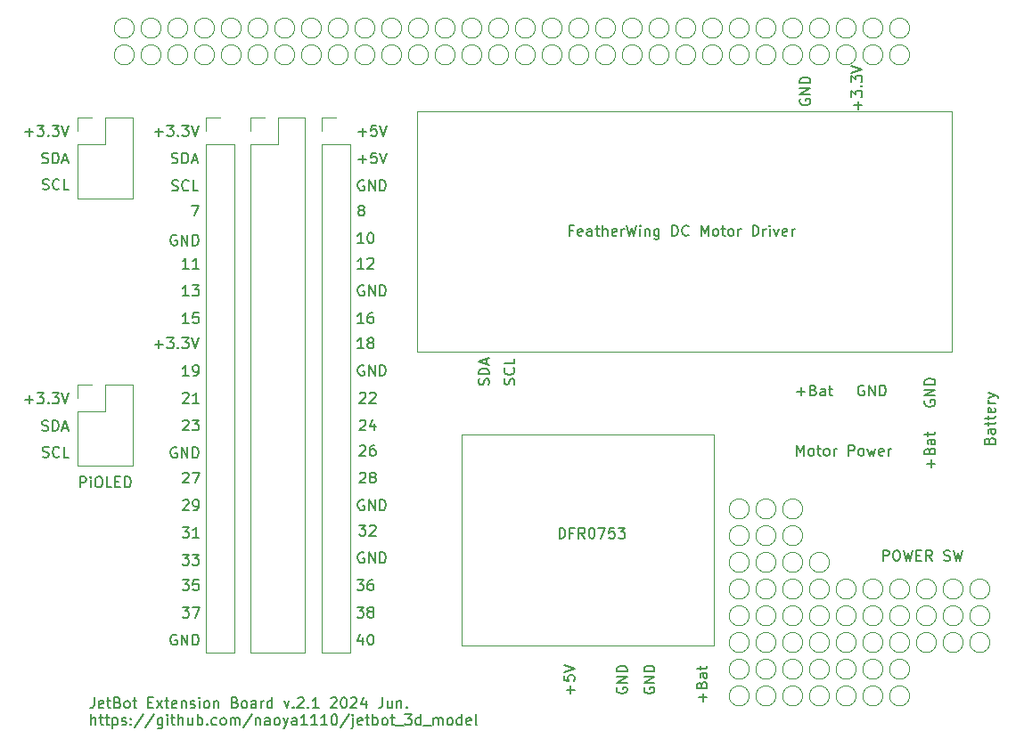
<source format=gto>
%TF.GenerationSoftware,KiCad,Pcbnew,(6.0.10)*%
%TF.CreationDate,2024-06-07T15:58:53+09:00*%
%TF.ProjectId,extension_circuit_board,65787465-6e73-4696-9f6e-5f6369726375,rev?*%
%TF.SameCoordinates,Original*%
%TF.FileFunction,Legend,Top*%
%TF.FilePolarity,Positive*%
%FSLAX46Y46*%
G04 Gerber Fmt 4.6, Leading zero omitted, Abs format (unit mm)*
G04 Created by KiCad (PCBNEW (6.0.10)) date 2024-06-07 15:58:53*
%MOMM*%
%LPD*%
G01*
G04 APERTURE LIST*
%ADD10C,0.150000*%
%ADD11C,0.120000*%
G04 APERTURE END LIST*
D10*
X124331071Y-91554761D02*
X124473928Y-91602380D01*
X124712023Y-91602380D01*
X124807261Y-91554761D01*
X124854880Y-91507142D01*
X124902500Y-91411904D01*
X124902500Y-91316666D01*
X124854880Y-91221428D01*
X124807261Y-91173809D01*
X124712023Y-91126190D01*
X124521547Y-91078571D01*
X124426309Y-91030952D01*
X124378690Y-90983333D01*
X124331071Y-90888095D01*
X124331071Y-90792857D01*
X124378690Y-90697619D01*
X124426309Y-90650000D01*
X124521547Y-90602380D01*
X124759642Y-90602380D01*
X124902500Y-90650000D01*
X125902500Y-91507142D02*
X125854880Y-91554761D01*
X125712023Y-91602380D01*
X125616785Y-91602380D01*
X125473928Y-91554761D01*
X125378690Y-91459523D01*
X125331071Y-91364285D01*
X125283452Y-91173809D01*
X125283452Y-91030952D01*
X125331071Y-90840476D01*
X125378690Y-90745238D01*
X125473928Y-90650000D01*
X125616785Y-90602380D01*
X125712023Y-90602380D01*
X125854880Y-90650000D01*
X125902500Y-90697619D01*
X126807261Y-91602380D02*
X126331071Y-91602380D01*
X126331071Y-90602380D01*
X122664404Y-86121428D02*
X123426309Y-86121428D01*
X123045357Y-86502380D02*
X123045357Y-85740476D01*
X123807261Y-85502380D02*
X124426309Y-85502380D01*
X124092976Y-85883333D01*
X124235833Y-85883333D01*
X124331071Y-85930952D01*
X124378690Y-85978571D01*
X124426309Y-86073809D01*
X124426309Y-86311904D01*
X124378690Y-86407142D01*
X124331071Y-86454761D01*
X124235833Y-86502380D01*
X123950119Y-86502380D01*
X123854880Y-86454761D01*
X123807261Y-86407142D01*
X124854880Y-86407142D02*
X124902500Y-86454761D01*
X124854880Y-86502380D01*
X124807261Y-86454761D01*
X124854880Y-86407142D01*
X124854880Y-86502380D01*
X125235833Y-85502380D02*
X125854880Y-85502380D01*
X125521547Y-85883333D01*
X125664404Y-85883333D01*
X125759642Y-85930952D01*
X125807261Y-85978571D01*
X125854880Y-86073809D01*
X125854880Y-86311904D01*
X125807261Y-86407142D01*
X125759642Y-86454761D01*
X125664404Y-86502380D01*
X125378690Y-86502380D01*
X125283452Y-86454761D01*
X125235833Y-86407142D01*
X126140595Y-85502380D02*
X126473928Y-86502380D01*
X126807261Y-85502380D01*
X124283452Y-89054761D02*
X124426309Y-89102380D01*
X124664404Y-89102380D01*
X124759642Y-89054761D01*
X124807261Y-89007142D01*
X124854880Y-88911904D01*
X124854880Y-88816666D01*
X124807261Y-88721428D01*
X124759642Y-88673809D01*
X124664404Y-88626190D01*
X124473928Y-88578571D01*
X124378690Y-88530952D01*
X124331071Y-88483333D01*
X124283452Y-88388095D01*
X124283452Y-88292857D01*
X124331071Y-88197619D01*
X124378690Y-88150000D01*
X124473928Y-88102380D01*
X124712023Y-88102380D01*
X124854880Y-88150000D01*
X125283452Y-89102380D02*
X125283452Y-88102380D01*
X125521547Y-88102380D01*
X125664404Y-88150000D01*
X125759642Y-88245238D01*
X125807261Y-88340476D01*
X125854880Y-88530952D01*
X125854880Y-88673809D01*
X125807261Y-88864285D01*
X125759642Y-88959523D01*
X125664404Y-89054761D01*
X125521547Y-89102380D01*
X125283452Y-89102380D01*
X126235833Y-88816666D02*
X126712023Y-88816666D01*
X126140595Y-89102380D02*
X126473928Y-88102380D01*
X126807261Y-89102380D01*
X154809523Y-78852380D02*
X154238095Y-78852380D01*
X154523809Y-78852380D02*
X154523809Y-77852380D01*
X154428571Y-77995238D01*
X154333333Y-78090476D01*
X154238095Y-78138095D01*
X155666666Y-77852380D02*
X155476190Y-77852380D01*
X155380952Y-77900000D01*
X155333333Y-77947619D01*
X155238095Y-78090476D01*
X155190476Y-78280952D01*
X155190476Y-78661904D01*
X155238095Y-78757142D01*
X155285714Y-78804761D01*
X155380952Y-78852380D01*
X155571428Y-78852380D01*
X155666666Y-78804761D01*
X155714285Y-78757142D01*
X155761904Y-78661904D01*
X155761904Y-78423809D01*
X155714285Y-78328571D01*
X155666666Y-78280952D01*
X155571428Y-78233333D01*
X155380952Y-78233333D01*
X155285714Y-78280952D01*
X155238095Y-78328571D01*
X155190476Y-78423809D01*
X174471428Y-114085714D02*
X174471428Y-113323809D01*
X174852380Y-113704761D02*
X174090476Y-113704761D01*
X173852380Y-112371428D02*
X173852380Y-112847619D01*
X174328571Y-112895238D01*
X174280952Y-112847619D01*
X174233333Y-112752380D01*
X174233333Y-112514285D01*
X174280952Y-112419047D01*
X174328571Y-112371428D01*
X174423809Y-112323809D01*
X174661904Y-112323809D01*
X174757142Y-112371428D01*
X174804761Y-112419047D01*
X174852380Y-112514285D01*
X174852380Y-112752380D01*
X174804761Y-112847619D01*
X174757142Y-112895238D01*
X173852380Y-112038095D02*
X174852380Y-111704761D01*
X173852380Y-111371428D01*
X154838095Y-75300000D02*
X154742857Y-75252380D01*
X154600000Y-75252380D01*
X154457142Y-75300000D01*
X154361904Y-75395238D01*
X154314285Y-75490476D01*
X154266666Y-75680952D01*
X154266666Y-75823809D01*
X154314285Y-76014285D01*
X154361904Y-76109523D01*
X154457142Y-76204761D01*
X154600000Y-76252380D01*
X154695238Y-76252380D01*
X154838095Y-76204761D01*
X154885714Y-76157142D01*
X154885714Y-75823809D01*
X154695238Y-75823809D01*
X155314285Y-76252380D02*
X155314285Y-75252380D01*
X155885714Y-76252380D01*
X155885714Y-75252380D01*
X156361904Y-76252380D02*
X156361904Y-75252380D01*
X156600000Y-75252380D01*
X156742857Y-75300000D01*
X156838095Y-75395238D01*
X156885714Y-75490476D01*
X156933333Y-75680952D01*
X156933333Y-75823809D01*
X156885714Y-76014285D01*
X156838095Y-76109523D01*
X156742857Y-76204761D01*
X156600000Y-76252380D01*
X156361904Y-76252380D01*
X138209523Y-76252380D02*
X137638095Y-76252380D01*
X137923809Y-76252380D02*
X137923809Y-75252380D01*
X137828571Y-75395238D01*
X137733333Y-75490476D01*
X137638095Y-75538095D01*
X138542857Y-75252380D02*
X139161904Y-75252380D01*
X138828571Y-75633333D01*
X138971428Y-75633333D01*
X139066666Y-75680952D01*
X139114285Y-75728571D01*
X139161904Y-75823809D01*
X139161904Y-76061904D01*
X139114285Y-76157142D01*
X139066666Y-76204761D01*
X138971428Y-76252380D01*
X138685714Y-76252380D01*
X138590476Y-76204761D01*
X138542857Y-76157142D01*
X137038095Y-90700000D02*
X136942857Y-90652380D01*
X136800000Y-90652380D01*
X136657142Y-90700000D01*
X136561904Y-90795238D01*
X136514285Y-90890476D01*
X136466666Y-91080952D01*
X136466666Y-91223809D01*
X136514285Y-91414285D01*
X136561904Y-91509523D01*
X136657142Y-91604761D01*
X136800000Y-91652380D01*
X136895238Y-91652380D01*
X137038095Y-91604761D01*
X137085714Y-91557142D01*
X137085714Y-91223809D01*
X136895238Y-91223809D01*
X137514285Y-91652380D02*
X137514285Y-90652380D01*
X138085714Y-91652380D01*
X138085714Y-90652380D01*
X138561904Y-91652380D02*
X138561904Y-90652380D01*
X138800000Y-90652380D01*
X138942857Y-90700000D01*
X139038095Y-90795238D01*
X139085714Y-90890476D01*
X139133333Y-91080952D01*
X139133333Y-91223809D01*
X139085714Y-91414285D01*
X139038095Y-91509523D01*
X138942857Y-91604761D01*
X138800000Y-91652380D01*
X138561904Y-91652380D01*
X196300000Y-57561904D02*
X196252380Y-57657142D01*
X196252380Y-57800000D01*
X196300000Y-57942857D01*
X196395238Y-58038095D01*
X196490476Y-58085714D01*
X196680952Y-58133333D01*
X196823809Y-58133333D01*
X197014285Y-58085714D01*
X197109523Y-58038095D01*
X197204761Y-57942857D01*
X197252380Y-57800000D01*
X197252380Y-57704761D01*
X197204761Y-57561904D01*
X197157142Y-57514285D01*
X196823809Y-57514285D01*
X196823809Y-57704761D01*
X197252380Y-57085714D02*
X196252380Y-57085714D01*
X197252380Y-56514285D01*
X196252380Y-56514285D01*
X197252380Y-56038095D02*
X196252380Y-56038095D01*
X196252380Y-55800000D01*
X196300000Y-55657142D01*
X196395238Y-55561904D01*
X196490476Y-55514285D01*
X196680952Y-55466666D01*
X196823809Y-55466666D01*
X197014285Y-55514285D01*
X197109523Y-55561904D01*
X197204761Y-55657142D01*
X197252380Y-55800000D01*
X197252380Y-56038095D01*
X154714285Y-108785714D02*
X154714285Y-109452380D01*
X154476190Y-108404761D02*
X154238095Y-109119047D01*
X154857142Y-109119047D01*
X155428571Y-108452380D02*
X155523809Y-108452380D01*
X155619047Y-108500000D01*
X155666666Y-108547619D01*
X155714285Y-108642857D01*
X155761904Y-108833333D01*
X155761904Y-109071428D01*
X155714285Y-109261904D01*
X155666666Y-109357142D01*
X155619047Y-109404761D01*
X155523809Y-109452380D01*
X155428571Y-109452380D01*
X155333333Y-109404761D01*
X155285714Y-109357142D01*
X155238095Y-109261904D01*
X155190476Y-109071428D01*
X155190476Y-108833333D01*
X155238095Y-108642857D01*
X155285714Y-108547619D01*
X155333333Y-108500000D01*
X155428571Y-108452380D01*
X136609523Y-66204761D02*
X136752380Y-66252380D01*
X136990476Y-66252380D01*
X137085714Y-66204761D01*
X137133333Y-66157142D01*
X137180952Y-66061904D01*
X137180952Y-65966666D01*
X137133333Y-65871428D01*
X137085714Y-65823809D01*
X136990476Y-65776190D01*
X136800000Y-65728571D01*
X136704761Y-65680952D01*
X136657142Y-65633333D01*
X136609523Y-65538095D01*
X136609523Y-65442857D01*
X136657142Y-65347619D01*
X136704761Y-65300000D01*
X136800000Y-65252380D01*
X137038095Y-65252380D01*
X137180952Y-65300000D01*
X138180952Y-66157142D02*
X138133333Y-66204761D01*
X137990476Y-66252380D01*
X137895238Y-66252380D01*
X137752380Y-66204761D01*
X137657142Y-66109523D01*
X137609523Y-66014285D01*
X137561904Y-65823809D01*
X137561904Y-65680952D01*
X137609523Y-65490476D01*
X137657142Y-65395238D01*
X137752380Y-65300000D01*
X137895238Y-65252380D01*
X137990476Y-65252380D01*
X138133333Y-65300000D01*
X138180952Y-65347619D01*
X139085714Y-66252380D02*
X138609523Y-66252380D01*
X138609523Y-65252380D01*
X169104761Y-84690476D02*
X169152380Y-84547619D01*
X169152380Y-84309523D01*
X169104761Y-84214285D01*
X169057142Y-84166666D01*
X168961904Y-84119047D01*
X168866666Y-84119047D01*
X168771428Y-84166666D01*
X168723809Y-84214285D01*
X168676190Y-84309523D01*
X168628571Y-84500000D01*
X168580952Y-84595238D01*
X168533333Y-84642857D01*
X168438095Y-84690476D01*
X168342857Y-84690476D01*
X168247619Y-84642857D01*
X168200000Y-84595238D01*
X168152380Y-84500000D01*
X168152380Y-84261904D01*
X168200000Y-84119047D01*
X169057142Y-83119047D02*
X169104761Y-83166666D01*
X169152380Y-83309523D01*
X169152380Y-83404761D01*
X169104761Y-83547619D01*
X169009523Y-83642857D01*
X168914285Y-83690476D01*
X168723809Y-83738095D01*
X168580952Y-83738095D01*
X168390476Y-83690476D01*
X168295238Y-83642857D01*
X168200000Y-83547619D01*
X168152380Y-83404761D01*
X168152380Y-83309523D01*
X168200000Y-83166666D01*
X168247619Y-83119047D01*
X169152380Y-82214285D02*
X169152380Y-82690476D01*
X168152380Y-82690476D01*
X135000000Y-60671428D02*
X135761904Y-60671428D01*
X135380952Y-61052380D02*
X135380952Y-60290476D01*
X136142857Y-60052380D02*
X136761904Y-60052380D01*
X136428571Y-60433333D01*
X136571428Y-60433333D01*
X136666666Y-60480952D01*
X136714285Y-60528571D01*
X136761904Y-60623809D01*
X136761904Y-60861904D01*
X136714285Y-60957142D01*
X136666666Y-61004761D01*
X136571428Y-61052380D01*
X136285714Y-61052380D01*
X136190476Y-61004761D01*
X136142857Y-60957142D01*
X137190476Y-60957142D02*
X137238095Y-61004761D01*
X137190476Y-61052380D01*
X137142857Y-61004761D01*
X137190476Y-60957142D01*
X137190476Y-61052380D01*
X137571428Y-60052380D02*
X138190476Y-60052380D01*
X137857142Y-60433333D01*
X138000000Y-60433333D01*
X138095238Y-60480952D01*
X138142857Y-60528571D01*
X138190476Y-60623809D01*
X138190476Y-60861904D01*
X138142857Y-60957142D01*
X138095238Y-61004761D01*
X138000000Y-61052380D01*
X137714285Y-61052380D01*
X137619047Y-61004761D01*
X137571428Y-60957142D01*
X138476190Y-60052380D02*
X138809523Y-61052380D01*
X139142857Y-60052380D01*
X181500000Y-113511904D02*
X181452380Y-113607142D01*
X181452380Y-113750000D01*
X181500000Y-113892857D01*
X181595238Y-113988095D01*
X181690476Y-114035714D01*
X181880952Y-114083333D01*
X182023809Y-114083333D01*
X182214285Y-114035714D01*
X182309523Y-113988095D01*
X182404761Y-113892857D01*
X182452380Y-113750000D01*
X182452380Y-113654761D01*
X182404761Y-113511904D01*
X182357142Y-113464285D01*
X182023809Y-113464285D01*
X182023809Y-113654761D01*
X182452380Y-113035714D02*
X181452380Y-113035714D01*
X182452380Y-112464285D01*
X181452380Y-112464285D01*
X182452380Y-111988095D02*
X181452380Y-111988095D01*
X181452380Y-111750000D01*
X181500000Y-111607142D01*
X181595238Y-111511904D01*
X181690476Y-111464285D01*
X181880952Y-111416666D01*
X182023809Y-111416666D01*
X182214285Y-111464285D01*
X182309523Y-111511904D01*
X182404761Y-111607142D01*
X182452380Y-111750000D01*
X182452380Y-111988095D01*
X124283452Y-63604761D02*
X124426309Y-63652380D01*
X124664404Y-63652380D01*
X124759642Y-63604761D01*
X124807261Y-63557142D01*
X124854880Y-63461904D01*
X124854880Y-63366666D01*
X124807261Y-63271428D01*
X124759642Y-63223809D01*
X124664404Y-63176190D01*
X124473928Y-63128571D01*
X124378690Y-63080952D01*
X124331071Y-63033333D01*
X124283452Y-62938095D01*
X124283452Y-62842857D01*
X124331071Y-62747619D01*
X124378690Y-62700000D01*
X124473928Y-62652380D01*
X124712023Y-62652380D01*
X124854880Y-62700000D01*
X125283452Y-63652380D02*
X125283452Y-62652380D01*
X125521547Y-62652380D01*
X125664404Y-62700000D01*
X125759642Y-62795238D01*
X125807261Y-62890476D01*
X125854880Y-63080952D01*
X125854880Y-63223809D01*
X125807261Y-63414285D01*
X125759642Y-63509523D01*
X125664404Y-63604761D01*
X125521547Y-63652380D01*
X125283452Y-63652380D01*
X126235833Y-63366666D02*
X126712023Y-63366666D01*
X126140595Y-63652380D02*
X126473928Y-62652380D01*
X126807261Y-63652380D01*
X154314285Y-60671428D02*
X155076190Y-60671428D01*
X154695238Y-61052380D02*
X154695238Y-60290476D01*
X156028571Y-60052380D02*
X155552380Y-60052380D01*
X155504761Y-60528571D01*
X155552380Y-60480952D01*
X155647619Y-60433333D01*
X155885714Y-60433333D01*
X155980952Y-60480952D01*
X156028571Y-60528571D01*
X156076190Y-60623809D01*
X156076190Y-60861904D01*
X156028571Y-60957142D01*
X155980952Y-61004761D01*
X155885714Y-61052380D01*
X155647619Y-61052380D01*
X155552380Y-61004761D01*
X155504761Y-60957142D01*
X156361904Y-60052380D02*
X156695238Y-61052380D01*
X157028571Y-60052380D01*
X154838095Y-65300000D02*
X154742857Y-65252380D01*
X154600000Y-65252380D01*
X154457142Y-65300000D01*
X154361904Y-65395238D01*
X154314285Y-65490476D01*
X154266666Y-65680952D01*
X154266666Y-65823809D01*
X154314285Y-66014285D01*
X154361904Y-66109523D01*
X154457142Y-66204761D01*
X154600000Y-66252380D01*
X154695238Y-66252380D01*
X154838095Y-66204761D01*
X154885714Y-66157142D01*
X154885714Y-65823809D01*
X154695238Y-65823809D01*
X155314285Y-66252380D02*
X155314285Y-65252380D01*
X155885714Y-66252380D01*
X155885714Y-65252380D01*
X156361904Y-66252380D02*
X156361904Y-65252380D01*
X156600000Y-65252380D01*
X156742857Y-65300000D01*
X156838095Y-65395238D01*
X156885714Y-65490476D01*
X156933333Y-65680952D01*
X156933333Y-65823809D01*
X156885714Y-66014285D01*
X156838095Y-66109523D01*
X156742857Y-66204761D01*
X156600000Y-66252380D01*
X156361904Y-66252380D01*
X154438095Y-88147619D02*
X154485714Y-88100000D01*
X154580952Y-88052380D01*
X154819047Y-88052380D01*
X154914285Y-88100000D01*
X154961904Y-88147619D01*
X155009523Y-88242857D01*
X155009523Y-88338095D01*
X154961904Y-88480952D01*
X154390476Y-89052380D01*
X155009523Y-89052380D01*
X155866666Y-88385714D02*
X155866666Y-89052380D01*
X155628571Y-88004761D02*
X155390476Y-88719047D01*
X156009523Y-88719047D01*
X137590476Y-103252380D02*
X138209523Y-103252380D01*
X137876190Y-103633333D01*
X138019047Y-103633333D01*
X138114285Y-103680952D01*
X138161904Y-103728571D01*
X138209523Y-103823809D01*
X138209523Y-104061904D01*
X138161904Y-104157142D01*
X138114285Y-104204761D01*
X138019047Y-104252380D01*
X137733333Y-104252380D01*
X137638095Y-104204761D01*
X137590476Y-104157142D01*
X139114285Y-103252380D02*
X138638095Y-103252380D01*
X138590476Y-103728571D01*
X138638095Y-103680952D01*
X138733333Y-103633333D01*
X138971428Y-103633333D01*
X139066666Y-103680952D01*
X139114285Y-103728571D01*
X139161904Y-103823809D01*
X139161904Y-104061904D01*
X139114285Y-104157142D01*
X139066666Y-104204761D01*
X138971428Y-104252380D01*
X138733333Y-104252380D01*
X138638095Y-104204761D01*
X138590476Y-104157142D01*
X154504761Y-68080952D02*
X154409523Y-68033333D01*
X154361904Y-67985714D01*
X154314285Y-67890476D01*
X154314285Y-67842857D01*
X154361904Y-67747619D01*
X154409523Y-67700000D01*
X154504761Y-67652380D01*
X154695238Y-67652380D01*
X154790476Y-67700000D01*
X154838095Y-67747619D01*
X154885714Y-67842857D01*
X154885714Y-67890476D01*
X154838095Y-67985714D01*
X154790476Y-68033333D01*
X154695238Y-68080952D01*
X154504761Y-68080952D01*
X154409523Y-68128571D01*
X154361904Y-68176190D01*
X154314285Y-68271428D01*
X154314285Y-68461904D01*
X154361904Y-68557142D01*
X154409523Y-68604761D01*
X154504761Y-68652380D01*
X154695238Y-68652380D01*
X154790476Y-68604761D01*
X154838095Y-68557142D01*
X154885714Y-68461904D01*
X154885714Y-68271428D01*
X154838095Y-68176190D01*
X154790476Y-68128571D01*
X154695238Y-68080952D01*
X137638095Y-85547619D02*
X137685714Y-85500000D01*
X137780952Y-85452380D01*
X138019047Y-85452380D01*
X138114285Y-85500000D01*
X138161904Y-85547619D01*
X138209523Y-85642857D01*
X138209523Y-85738095D01*
X138161904Y-85880952D01*
X137590476Y-86452380D01*
X138209523Y-86452380D01*
X139161904Y-86452380D02*
X138590476Y-86452380D01*
X138876190Y-86452380D02*
X138876190Y-85452380D01*
X138780952Y-85595238D01*
X138685714Y-85690476D01*
X138590476Y-85738095D01*
X154438095Y-85547619D02*
X154485714Y-85500000D01*
X154580952Y-85452380D01*
X154819047Y-85452380D01*
X154914285Y-85500000D01*
X154961904Y-85547619D01*
X155009523Y-85642857D01*
X155009523Y-85738095D01*
X154961904Y-85880952D01*
X154390476Y-86452380D01*
X155009523Y-86452380D01*
X155390476Y-85547619D02*
X155438095Y-85500000D01*
X155533333Y-85452380D01*
X155771428Y-85452380D01*
X155866666Y-85500000D01*
X155914285Y-85547619D01*
X155961904Y-85642857D01*
X155961904Y-85738095D01*
X155914285Y-85880952D01*
X155342857Y-86452380D01*
X155961904Y-86452380D01*
X129221309Y-114447380D02*
X129221309Y-115161666D01*
X129173690Y-115304523D01*
X129078452Y-115399761D01*
X128935595Y-115447380D01*
X128840357Y-115447380D01*
X130078452Y-115399761D02*
X129983214Y-115447380D01*
X129792738Y-115447380D01*
X129697500Y-115399761D01*
X129649880Y-115304523D01*
X129649880Y-114923571D01*
X129697500Y-114828333D01*
X129792738Y-114780714D01*
X129983214Y-114780714D01*
X130078452Y-114828333D01*
X130126071Y-114923571D01*
X130126071Y-115018809D01*
X129649880Y-115114047D01*
X130411785Y-114780714D02*
X130792738Y-114780714D01*
X130554642Y-114447380D02*
X130554642Y-115304523D01*
X130602261Y-115399761D01*
X130697500Y-115447380D01*
X130792738Y-115447380D01*
X131459404Y-114923571D02*
X131602261Y-114971190D01*
X131649880Y-115018809D01*
X131697500Y-115114047D01*
X131697500Y-115256904D01*
X131649880Y-115352142D01*
X131602261Y-115399761D01*
X131507023Y-115447380D01*
X131126071Y-115447380D01*
X131126071Y-114447380D01*
X131459404Y-114447380D01*
X131554642Y-114495000D01*
X131602261Y-114542619D01*
X131649880Y-114637857D01*
X131649880Y-114733095D01*
X131602261Y-114828333D01*
X131554642Y-114875952D01*
X131459404Y-114923571D01*
X131126071Y-114923571D01*
X132268928Y-115447380D02*
X132173690Y-115399761D01*
X132126071Y-115352142D01*
X132078452Y-115256904D01*
X132078452Y-114971190D01*
X132126071Y-114875952D01*
X132173690Y-114828333D01*
X132268928Y-114780714D01*
X132411785Y-114780714D01*
X132507023Y-114828333D01*
X132554642Y-114875952D01*
X132602261Y-114971190D01*
X132602261Y-115256904D01*
X132554642Y-115352142D01*
X132507023Y-115399761D01*
X132411785Y-115447380D01*
X132268928Y-115447380D01*
X132887976Y-114780714D02*
X133268928Y-114780714D01*
X133030833Y-114447380D02*
X133030833Y-115304523D01*
X133078452Y-115399761D01*
X133173690Y-115447380D01*
X133268928Y-115447380D01*
X134364166Y-114923571D02*
X134697500Y-114923571D01*
X134840357Y-115447380D02*
X134364166Y-115447380D01*
X134364166Y-114447380D01*
X134840357Y-114447380D01*
X135173690Y-115447380D02*
X135697500Y-114780714D01*
X135173690Y-114780714D02*
X135697500Y-115447380D01*
X135935595Y-114780714D02*
X136316547Y-114780714D01*
X136078452Y-114447380D02*
X136078452Y-115304523D01*
X136126071Y-115399761D01*
X136221309Y-115447380D01*
X136316547Y-115447380D01*
X137030833Y-115399761D02*
X136935595Y-115447380D01*
X136745119Y-115447380D01*
X136649880Y-115399761D01*
X136602261Y-115304523D01*
X136602261Y-114923571D01*
X136649880Y-114828333D01*
X136745119Y-114780714D01*
X136935595Y-114780714D01*
X137030833Y-114828333D01*
X137078452Y-114923571D01*
X137078452Y-115018809D01*
X136602261Y-115114047D01*
X137507023Y-114780714D02*
X137507023Y-115447380D01*
X137507023Y-114875952D02*
X137554642Y-114828333D01*
X137649880Y-114780714D01*
X137792738Y-114780714D01*
X137887976Y-114828333D01*
X137935595Y-114923571D01*
X137935595Y-115447380D01*
X138364166Y-115399761D02*
X138459404Y-115447380D01*
X138649880Y-115447380D01*
X138745119Y-115399761D01*
X138792738Y-115304523D01*
X138792738Y-115256904D01*
X138745119Y-115161666D01*
X138649880Y-115114047D01*
X138507023Y-115114047D01*
X138411785Y-115066428D01*
X138364166Y-114971190D01*
X138364166Y-114923571D01*
X138411785Y-114828333D01*
X138507023Y-114780714D01*
X138649880Y-114780714D01*
X138745119Y-114828333D01*
X139221309Y-115447380D02*
X139221309Y-114780714D01*
X139221309Y-114447380D02*
X139173690Y-114495000D01*
X139221309Y-114542619D01*
X139268928Y-114495000D01*
X139221309Y-114447380D01*
X139221309Y-114542619D01*
X139840357Y-115447380D02*
X139745119Y-115399761D01*
X139697500Y-115352142D01*
X139649880Y-115256904D01*
X139649880Y-114971190D01*
X139697500Y-114875952D01*
X139745119Y-114828333D01*
X139840357Y-114780714D01*
X139983214Y-114780714D01*
X140078452Y-114828333D01*
X140126071Y-114875952D01*
X140173690Y-114971190D01*
X140173690Y-115256904D01*
X140126071Y-115352142D01*
X140078452Y-115399761D01*
X139983214Y-115447380D01*
X139840357Y-115447380D01*
X140602261Y-114780714D02*
X140602261Y-115447380D01*
X140602261Y-114875952D02*
X140649880Y-114828333D01*
X140745119Y-114780714D01*
X140887976Y-114780714D01*
X140983214Y-114828333D01*
X141030833Y-114923571D01*
X141030833Y-115447380D01*
X142602261Y-114923571D02*
X142745119Y-114971190D01*
X142792738Y-115018809D01*
X142840357Y-115114047D01*
X142840357Y-115256904D01*
X142792738Y-115352142D01*
X142745119Y-115399761D01*
X142649880Y-115447380D01*
X142268928Y-115447380D01*
X142268928Y-114447380D01*
X142602261Y-114447380D01*
X142697500Y-114495000D01*
X142745119Y-114542619D01*
X142792738Y-114637857D01*
X142792738Y-114733095D01*
X142745119Y-114828333D01*
X142697500Y-114875952D01*
X142602261Y-114923571D01*
X142268928Y-114923571D01*
X143411785Y-115447380D02*
X143316547Y-115399761D01*
X143268928Y-115352142D01*
X143221309Y-115256904D01*
X143221309Y-114971190D01*
X143268928Y-114875952D01*
X143316547Y-114828333D01*
X143411785Y-114780714D01*
X143554642Y-114780714D01*
X143649880Y-114828333D01*
X143697500Y-114875952D01*
X143745119Y-114971190D01*
X143745119Y-115256904D01*
X143697500Y-115352142D01*
X143649880Y-115399761D01*
X143554642Y-115447380D01*
X143411785Y-115447380D01*
X144602261Y-115447380D02*
X144602261Y-114923571D01*
X144554642Y-114828333D01*
X144459404Y-114780714D01*
X144268928Y-114780714D01*
X144173690Y-114828333D01*
X144602261Y-115399761D02*
X144507023Y-115447380D01*
X144268928Y-115447380D01*
X144173690Y-115399761D01*
X144126071Y-115304523D01*
X144126071Y-115209285D01*
X144173690Y-115114047D01*
X144268928Y-115066428D01*
X144507023Y-115066428D01*
X144602261Y-115018809D01*
X145078452Y-115447380D02*
X145078452Y-114780714D01*
X145078452Y-114971190D02*
X145126071Y-114875952D01*
X145173690Y-114828333D01*
X145268928Y-114780714D01*
X145364166Y-114780714D01*
X146126071Y-115447380D02*
X146126071Y-114447380D01*
X146126071Y-115399761D02*
X146030833Y-115447380D01*
X145840357Y-115447380D01*
X145745119Y-115399761D01*
X145697500Y-115352142D01*
X145649880Y-115256904D01*
X145649880Y-114971190D01*
X145697500Y-114875952D01*
X145745119Y-114828333D01*
X145840357Y-114780714D01*
X146030833Y-114780714D01*
X146126071Y-114828333D01*
X147268928Y-114780714D02*
X147507023Y-115447380D01*
X147745119Y-114780714D01*
X148126071Y-115352142D02*
X148173690Y-115399761D01*
X148126071Y-115447380D01*
X148078452Y-115399761D01*
X148126071Y-115352142D01*
X148126071Y-115447380D01*
X148554642Y-114542619D02*
X148602261Y-114495000D01*
X148697500Y-114447380D01*
X148935595Y-114447380D01*
X149030833Y-114495000D01*
X149078452Y-114542619D01*
X149126071Y-114637857D01*
X149126071Y-114733095D01*
X149078452Y-114875952D01*
X148507023Y-115447380D01*
X149126071Y-115447380D01*
X149554642Y-115352142D02*
X149602261Y-115399761D01*
X149554642Y-115447380D01*
X149507023Y-115399761D01*
X149554642Y-115352142D01*
X149554642Y-115447380D01*
X150554642Y-115447380D02*
X149983214Y-115447380D01*
X150268928Y-115447380D02*
X150268928Y-114447380D01*
X150173690Y-114590238D01*
X150078452Y-114685476D01*
X149983214Y-114733095D01*
X151697500Y-114542619D02*
X151745119Y-114495000D01*
X151840357Y-114447380D01*
X152078452Y-114447380D01*
X152173690Y-114495000D01*
X152221309Y-114542619D01*
X152268928Y-114637857D01*
X152268928Y-114733095D01*
X152221309Y-114875952D01*
X151649880Y-115447380D01*
X152268928Y-115447380D01*
X152887976Y-114447380D02*
X152983214Y-114447380D01*
X153078452Y-114495000D01*
X153126071Y-114542619D01*
X153173690Y-114637857D01*
X153221309Y-114828333D01*
X153221309Y-115066428D01*
X153173690Y-115256904D01*
X153126071Y-115352142D01*
X153078452Y-115399761D01*
X152983214Y-115447380D01*
X152887976Y-115447380D01*
X152792738Y-115399761D01*
X152745119Y-115352142D01*
X152697500Y-115256904D01*
X152649880Y-115066428D01*
X152649880Y-114828333D01*
X152697500Y-114637857D01*
X152745119Y-114542619D01*
X152792738Y-114495000D01*
X152887976Y-114447380D01*
X153602261Y-114542619D02*
X153649880Y-114495000D01*
X153745119Y-114447380D01*
X153983214Y-114447380D01*
X154078452Y-114495000D01*
X154126071Y-114542619D01*
X154173690Y-114637857D01*
X154173690Y-114733095D01*
X154126071Y-114875952D01*
X153554642Y-115447380D01*
X154173690Y-115447380D01*
X155030833Y-114780714D02*
X155030833Y-115447380D01*
X154792738Y-114399761D02*
X154554642Y-115114047D01*
X155173690Y-115114047D01*
X156602261Y-114447380D02*
X156602261Y-115161666D01*
X156554642Y-115304523D01*
X156459404Y-115399761D01*
X156316547Y-115447380D01*
X156221309Y-115447380D01*
X157507023Y-114780714D02*
X157507023Y-115447380D01*
X157078452Y-114780714D02*
X157078452Y-115304523D01*
X157126071Y-115399761D01*
X157221309Y-115447380D01*
X157364166Y-115447380D01*
X157459404Y-115399761D01*
X157507023Y-115352142D01*
X157983214Y-114780714D02*
X157983214Y-115447380D01*
X157983214Y-114875952D02*
X158030833Y-114828333D01*
X158126071Y-114780714D01*
X158268928Y-114780714D01*
X158364166Y-114828333D01*
X158411785Y-114923571D01*
X158411785Y-115447380D01*
X158887976Y-115352142D02*
X158935595Y-115399761D01*
X158887976Y-115447380D01*
X158840357Y-115399761D01*
X158887976Y-115352142D01*
X158887976Y-115447380D01*
X128935595Y-117057380D02*
X128935595Y-116057380D01*
X129364166Y-117057380D02*
X129364166Y-116533571D01*
X129316547Y-116438333D01*
X129221309Y-116390714D01*
X129078452Y-116390714D01*
X128983214Y-116438333D01*
X128935595Y-116485952D01*
X129697500Y-116390714D02*
X130078452Y-116390714D01*
X129840357Y-116057380D02*
X129840357Y-116914523D01*
X129887976Y-117009761D01*
X129983214Y-117057380D01*
X130078452Y-117057380D01*
X130268928Y-116390714D02*
X130649880Y-116390714D01*
X130411785Y-116057380D02*
X130411785Y-116914523D01*
X130459404Y-117009761D01*
X130554642Y-117057380D01*
X130649880Y-117057380D01*
X130983214Y-116390714D02*
X130983214Y-117390714D01*
X130983214Y-116438333D02*
X131078452Y-116390714D01*
X131268928Y-116390714D01*
X131364166Y-116438333D01*
X131411785Y-116485952D01*
X131459404Y-116581190D01*
X131459404Y-116866904D01*
X131411785Y-116962142D01*
X131364166Y-117009761D01*
X131268928Y-117057380D01*
X131078452Y-117057380D01*
X130983214Y-117009761D01*
X131840357Y-117009761D02*
X131935595Y-117057380D01*
X132126071Y-117057380D01*
X132221309Y-117009761D01*
X132268928Y-116914523D01*
X132268928Y-116866904D01*
X132221309Y-116771666D01*
X132126071Y-116724047D01*
X131983214Y-116724047D01*
X131887976Y-116676428D01*
X131840357Y-116581190D01*
X131840357Y-116533571D01*
X131887976Y-116438333D01*
X131983214Y-116390714D01*
X132126071Y-116390714D01*
X132221309Y-116438333D01*
X132697500Y-116962142D02*
X132745119Y-117009761D01*
X132697500Y-117057380D01*
X132649880Y-117009761D01*
X132697500Y-116962142D01*
X132697500Y-117057380D01*
X132697500Y-116438333D02*
X132745119Y-116485952D01*
X132697500Y-116533571D01*
X132649880Y-116485952D01*
X132697500Y-116438333D01*
X132697500Y-116533571D01*
X133887976Y-116009761D02*
X133030833Y-117295476D01*
X134935595Y-116009761D02*
X134078452Y-117295476D01*
X135697500Y-116390714D02*
X135697500Y-117200238D01*
X135649880Y-117295476D01*
X135602261Y-117343095D01*
X135507023Y-117390714D01*
X135364166Y-117390714D01*
X135268928Y-117343095D01*
X135697500Y-117009761D02*
X135602261Y-117057380D01*
X135411785Y-117057380D01*
X135316547Y-117009761D01*
X135268928Y-116962142D01*
X135221309Y-116866904D01*
X135221309Y-116581190D01*
X135268928Y-116485952D01*
X135316547Y-116438333D01*
X135411785Y-116390714D01*
X135602261Y-116390714D01*
X135697500Y-116438333D01*
X136173690Y-117057380D02*
X136173690Y-116390714D01*
X136173690Y-116057380D02*
X136126071Y-116105000D01*
X136173690Y-116152619D01*
X136221309Y-116105000D01*
X136173690Y-116057380D01*
X136173690Y-116152619D01*
X136507023Y-116390714D02*
X136887976Y-116390714D01*
X136649880Y-116057380D02*
X136649880Y-116914523D01*
X136697500Y-117009761D01*
X136792738Y-117057380D01*
X136887976Y-117057380D01*
X137221309Y-117057380D02*
X137221309Y-116057380D01*
X137649880Y-117057380D02*
X137649880Y-116533571D01*
X137602261Y-116438333D01*
X137507023Y-116390714D01*
X137364166Y-116390714D01*
X137268928Y-116438333D01*
X137221309Y-116485952D01*
X138554642Y-116390714D02*
X138554642Y-117057380D01*
X138126071Y-116390714D02*
X138126071Y-116914523D01*
X138173690Y-117009761D01*
X138268928Y-117057380D01*
X138411785Y-117057380D01*
X138507023Y-117009761D01*
X138554642Y-116962142D01*
X139030833Y-117057380D02*
X139030833Y-116057380D01*
X139030833Y-116438333D02*
X139126071Y-116390714D01*
X139316547Y-116390714D01*
X139411785Y-116438333D01*
X139459404Y-116485952D01*
X139507023Y-116581190D01*
X139507023Y-116866904D01*
X139459404Y-116962142D01*
X139411785Y-117009761D01*
X139316547Y-117057380D01*
X139126071Y-117057380D01*
X139030833Y-117009761D01*
X139935595Y-116962142D02*
X139983214Y-117009761D01*
X139935595Y-117057380D01*
X139887976Y-117009761D01*
X139935595Y-116962142D01*
X139935595Y-117057380D01*
X140840357Y-117009761D02*
X140745119Y-117057380D01*
X140554642Y-117057380D01*
X140459404Y-117009761D01*
X140411785Y-116962142D01*
X140364166Y-116866904D01*
X140364166Y-116581190D01*
X140411785Y-116485952D01*
X140459404Y-116438333D01*
X140554642Y-116390714D01*
X140745119Y-116390714D01*
X140840357Y-116438333D01*
X141411785Y-117057380D02*
X141316547Y-117009761D01*
X141268928Y-116962142D01*
X141221309Y-116866904D01*
X141221309Y-116581190D01*
X141268928Y-116485952D01*
X141316547Y-116438333D01*
X141411785Y-116390714D01*
X141554642Y-116390714D01*
X141649880Y-116438333D01*
X141697500Y-116485952D01*
X141745119Y-116581190D01*
X141745119Y-116866904D01*
X141697500Y-116962142D01*
X141649880Y-117009761D01*
X141554642Y-117057380D01*
X141411785Y-117057380D01*
X142173690Y-117057380D02*
X142173690Y-116390714D01*
X142173690Y-116485952D02*
X142221309Y-116438333D01*
X142316547Y-116390714D01*
X142459404Y-116390714D01*
X142554642Y-116438333D01*
X142602261Y-116533571D01*
X142602261Y-117057380D01*
X142602261Y-116533571D02*
X142649880Y-116438333D01*
X142745119Y-116390714D01*
X142887976Y-116390714D01*
X142983214Y-116438333D01*
X143030833Y-116533571D01*
X143030833Y-117057380D01*
X144221309Y-116009761D02*
X143364166Y-117295476D01*
X144554642Y-116390714D02*
X144554642Y-117057380D01*
X144554642Y-116485952D02*
X144602261Y-116438333D01*
X144697500Y-116390714D01*
X144840357Y-116390714D01*
X144935595Y-116438333D01*
X144983214Y-116533571D01*
X144983214Y-117057380D01*
X145887976Y-117057380D02*
X145887976Y-116533571D01*
X145840357Y-116438333D01*
X145745119Y-116390714D01*
X145554642Y-116390714D01*
X145459404Y-116438333D01*
X145887976Y-117009761D02*
X145792738Y-117057380D01*
X145554642Y-117057380D01*
X145459404Y-117009761D01*
X145411785Y-116914523D01*
X145411785Y-116819285D01*
X145459404Y-116724047D01*
X145554642Y-116676428D01*
X145792738Y-116676428D01*
X145887976Y-116628809D01*
X146507023Y-117057380D02*
X146411785Y-117009761D01*
X146364166Y-116962142D01*
X146316547Y-116866904D01*
X146316547Y-116581190D01*
X146364166Y-116485952D01*
X146411785Y-116438333D01*
X146507023Y-116390714D01*
X146649880Y-116390714D01*
X146745119Y-116438333D01*
X146792738Y-116485952D01*
X146840357Y-116581190D01*
X146840357Y-116866904D01*
X146792738Y-116962142D01*
X146745119Y-117009761D01*
X146649880Y-117057380D01*
X146507023Y-117057380D01*
X147173690Y-116390714D02*
X147411785Y-117057380D01*
X147649880Y-116390714D02*
X147411785Y-117057380D01*
X147316547Y-117295476D01*
X147268928Y-117343095D01*
X147173690Y-117390714D01*
X148459404Y-117057380D02*
X148459404Y-116533571D01*
X148411785Y-116438333D01*
X148316547Y-116390714D01*
X148126071Y-116390714D01*
X148030833Y-116438333D01*
X148459404Y-117009761D02*
X148364166Y-117057380D01*
X148126071Y-117057380D01*
X148030833Y-117009761D01*
X147983214Y-116914523D01*
X147983214Y-116819285D01*
X148030833Y-116724047D01*
X148126071Y-116676428D01*
X148364166Y-116676428D01*
X148459404Y-116628809D01*
X149459404Y-117057380D02*
X148887976Y-117057380D01*
X149173690Y-117057380D02*
X149173690Y-116057380D01*
X149078452Y-116200238D01*
X148983214Y-116295476D01*
X148887976Y-116343095D01*
X150411785Y-117057380D02*
X149840357Y-117057380D01*
X150126071Y-117057380D02*
X150126071Y-116057380D01*
X150030833Y-116200238D01*
X149935595Y-116295476D01*
X149840357Y-116343095D01*
X151364166Y-117057380D02*
X150792738Y-117057380D01*
X151078452Y-117057380D02*
X151078452Y-116057380D01*
X150983214Y-116200238D01*
X150887976Y-116295476D01*
X150792738Y-116343095D01*
X151983214Y-116057380D02*
X152078452Y-116057380D01*
X152173690Y-116105000D01*
X152221309Y-116152619D01*
X152268928Y-116247857D01*
X152316547Y-116438333D01*
X152316547Y-116676428D01*
X152268928Y-116866904D01*
X152221309Y-116962142D01*
X152173690Y-117009761D01*
X152078452Y-117057380D01*
X151983214Y-117057380D01*
X151887976Y-117009761D01*
X151840357Y-116962142D01*
X151792738Y-116866904D01*
X151745119Y-116676428D01*
X151745119Y-116438333D01*
X151792738Y-116247857D01*
X151840357Y-116152619D01*
X151887976Y-116105000D01*
X151983214Y-116057380D01*
X153459404Y-116009761D02*
X152602261Y-117295476D01*
X153792738Y-116390714D02*
X153792738Y-117247857D01*
X153745119Y-117343095D01*
X153649880Y-117390714D01*
X153602261Y-117390714D01*
X153792738Y-116057380D02*
X153745119Y-116105000D01*
X153792738Y-116152619D01*
X153840357Y-116105000D01*
X153792738Y-116057380D01*
X153792738Y-116152619D01*
X154649880Y-117009761D02*
X154554642Y-117057380D01*
X154364166Y-117057380D01*
X154268928Y-117009761D01*
X154221309Y-116914523D01*
X154221309Y-116533571D01*
X154268928Y-116438333D01*
X154364166Y-116390714D01*
X154554642Y-116390714D01*
X154649880Y-116438333D01*
X154697500Y-116533571D01*
X154697500Y-116628809D01*
X154221309Y-116724047D01*
X154983214Y-116390714D02*
X155364166Y-116390714D01*
X155126071Y-116057380D02*
X155126071Y-116914523D01*
X155173690Y-117009761D01*
X155268928Y-117057380D01*
X155364166Y-117057380D01*
X155697500Y-117057380D02*
X155697500Y-116057380D01*
X155697500Y-116438333D02*
X155792738Y-116390714D01*
X155983214Y-116390714D01*
X156078452Y-116438333D01*
X156126071Y-116485952D01*
X156173690Y-116581190D01*
X156173690Y-116866904D01*
X156126071Y-116962142D01*
X156078452Y-117009761D01*
X155983214Y-117057380D01*
X155792738Y-117057380D01*
X155697500Y-117009761D01*
X156745119Y-117057380D02*
X156649880Y-117009761D01*
X156602261Y-116962142D01*
X156554642Y-116866904D01*
X156554642Y-116581190D01*
X156602261Y-116485952D01*
X156649880Y-116438333D01*
X156745119Y-116390714D01*
X156887976Y-116390714D01*
X156983214Y-116438333D01*
X157030833Y-116485952D01*
X157078452Y-116581190D01*
X157078452Y-116866904D01*
X157030833Y-116962142D01*
X156983214Y-117009761D01*
X156887976Y-117057380D01*
X156745119Y-117057380D01*
X157364166Y-116390714D02*
X157745119Y-116390714D01*
X157507023Y-116057380D02*
X157507023Y-116914523D01*
X157554642Y-117009761D01*
X157649880Y-117057380D01*
X157745119Y-117057380D01*
X157840357Y-117152619D02*
X158602261Y-117152619D01*
X158745119Y-116057380D02*
X159364166Y-116057380D01*
X159030833Y-116438333D01*
X159173690Y-116438333D01*
X159268928Y-116485952D01*
X159316547Y-116533571D01*
X159364166Y-116628809D01*
X159364166Y-116866904D01*
X159316547Y-116962142D01*
X159268928Y-117009761D01*
X159173690Y-117057380D01*
X158887976Y-117057380D01*
X158792738Y-117009761D01*
X158745119Y-116962142D01*
X160221309Y-117057380D02*
X160221309Y-116057380D01*
X160221309Y-117009761D02*
X160126071Y-117057380D01*
X159935595Y-117057380D01*
X159840357Y-117009761D01*
X159792738Y-116962142D01*
X159745119Y-116866904D01*
X159745119Y-116581190D01*
X159792738Y-116485952D01*
X159840357Y-116438333D01*
X159935595Y-116390714D01*
X160126071Y-116390714D01*
X160221309Y-116438333D01*
X160459404Y-117152619D02*
X161221309Y-117152619D01*
X161459404Y-117057380D02*
X161459404Y-116390714D01*
X161459404Y-116485952D02*
X161507023Y-116438333D01*
X161602261Y-116390714D01*
X161745119Y-116390714D01*
X161840357Y-116438333D01*
X161887976Y-116533571D01*
X161887976Y-117057380D01*
X161887976Y-116533571D02*
X161935595Y-116438333D01*
X162030833Y-116390714D01*
X162173690Y-116390714D01*
X162268928Y-116438333D01*
X162316547Y-116533571D01*
X162316547Y-117057380D01*
X162935595Y-117057380D02*
X162840357Y-117009761D01*
X162792738Y-116962142D01*
X162745119Y-116866904D01*
X162745119Y-116581190D01*
X162792738Y-116485952D01*
X162840357Y-116438333D01*
X162935595Y-116390714D01*
X163078452Y-116390714D01*
X163173690Y-116438333D01*
X163221309Y-116485952D01*
X163268928Y-116581190D01*
X163268928Y-116866904D01*
X163221309Y-116962142D01*
X163173690Y-117009761D01*
X163078452Y-117057380D01*
X162935595Y-117057380D01*
X164126071Y-117057380D02*
X164126071Y-116057380D01*
X164126071Y-117009761D02*
X164030833Y-117057380D01*
X163840357Y-117057380D01*
X163745119Y-117009761D01*
X163697500Y-116962142D01*
X163649880Y-116866904D01*
X163649880Y-116581190D01*
X163697500Y-116485952D01*
X163745119Y-116438333D01*
X163840357Y-116390714D01*
X164030833Y-116390714D01*
X164126071Y-116438333D01*
X164983214Y-117009761D02*
X164887976Y-117057380D01*
X164697500Y-117057380D01*
X164602261Y-117009761D01*
X164554642Y-116914523D01*
X164554642Y-116533571D01*
X164602261Y-116438333D01*
X164697500Y-116390714D01*
X164887976Y-116390714D01*
X164983214Y-116438333D01*
X165030833Y-116533571D01*
X165030833Y-116628809D01*
X164554642Y-116724047D01*
X165602261Y-117057380D02*
X165507023Y-117009761D01*
X165459404Y-116914523D01*
X165459404Y-116057380D01*
X137638095Y-93147619D02*
X137685714Y-93100000D01*
X137780952Y-93052380D01*
X138019047Y-93052380D01*
X138114285Y-93100000D01*
X138161904Y-93147619D01*
X138209523Y-93242857D01*
X138209523Y-93338095D01*
X138161904Y-93480952D01*
X137590476Y-94052380D01*
X138209523Y-94052380D01*
X138542857Y-93052380D02*
X139209523Y-93052380D01*
X138780952Y-94052380D01*
X154438095Y-90547619D02*
X154485714Y-90500000D01*
X154580952Y-90452380D01*
X154819047Y-90452380D01*
X154914285Y-90500000D01*
X154961904Y-90547619D01*
X155009523Y-90642857D01*
X155009523Y-90738095D01*
X154961904Y-90880952D01*
X154390476Y-91452380D01*
X155009523Y-91452380D01*
X155866666Y-90452380D02*
X155676190Y-90452380D01*
X155580952Y-90500000D01*
X155533333Y-90547619D01*
X155438095Y-90690476D01*
X155390476Y-90880952D01*
X155390476Y-91261904D01*
X155438095Y-91357142D01*
X155485714Y-91404761D01*
X155580952Y-91452380D01*
X155771428Y-91452380D01*
X155866666Y-91404761D01*
X155914285Y-91357142D01*
X155961904Y-91261904D01*
X155961904Y-91023809D01*
X155914285Y-90928571D01*
X155866666Y-90880952D01*
X155771428Y-90833333D01*
X155580952Y-90833333D01*
X155485714Y-90880952D01*
X155438095Y-90928571D01*
X155390476Y-91023809D01*
X124331071Y-66104761D02*
X124473928Y-66152380D01*
X124712023Y-66152380D01*
X124807261Y-66104761D01*
X124854880Y-66057142D01*
X124902500Y-65961904D01*
X124902500Y-65866666D01*
X124854880Y-65771428D01*
X124807261Y-65723809D01*
X124712023Y-65676190D01*
X124521547Y-65628571D01*
X124426309Y-65580952D01*
X124378690Y-65533333D01*
X124331071Y-65438095D01*
X124331071Y-65342857D01*
X124378690Y-65247619D01*
X124426309Y-65200000D01*
X124521547Y-65152380D01*
X124759642Y-65152380D01*
X124902500Y-65200000D01*
X125902500Y-66057142D02*
X125854880Y-66104761D01*
X125712023Y-66152380D01*
X125616785Y-66152380D01*
X125473928Y-66104761D01*
X125378690Y-66009523D01*
X125331071Y-65914285D01*
X125283452Y-65723809D01*
X125283452Y-65580952D01*
X125331071Y-65390476D01*
X125378690Y-65295238D01*
X125473928Y-65200000D01*
X125616785Y-65152380D01*
X125712023Y-65152380D01*
X125854880Y-65200000D01*
X125902500Y-65247619D01*
X126807261Y-66152380D02*
X126331071Y-66152380D01*
X126331071Y-65152380D01*
X136585714Y-63604761D02*
X136728571Y-63652380D01*
X136966666Y-63652380D01*
X137061904Y-63604761D01*
X137109523Y-63557142D01*
X137157142Y-63461904D01*
X137157142Y-63366666D01*
X137109523Y-63271428D01*
X137061904Y-63223809D01*
X136966666Y-63176190D01*
X136776190Y-63128571D01*
X136680952Y-63080952D01*
X136633333Y-63033333D01*
X136585714Y-62938095D01*
X136585714Y-62842857D01*
X136633333Y-62747619D01*
X136680952Y-62700000D01*
X136776190Y-62652380D01*
X137014285Y-62652380D01*
X137157142Y-62700000D01*
X137585714Y-63652380D02*
X137585714Y-62652380D01*
X137823809Y-62652380D01*
X137966666Y-62700000D01*
X138061904Y-62795238D01*
X138109523Y-62890476D01*
X138157142Y-63080952D01*
X138157142Y-63223809D01*
X138109523Y-63414285D01*
X138061904Y-63509523D01*
X137966666Y-63604761D01*
X137823809Y-63652380D01*
X137585714Y-63652380D01*
X138538095Y-63366666D02*
X139014285Y-63366666D01*
X138442857Y-63652380D02*
X138776190Y-62652380D01*
X139109523Y-63652380D01*
X154809523Y-73652380D02*
X154238095Y-73652380D01*
X154523809Y-73652380D02*
X154523809Y-72652380D01*
X154428571Y-72795238D01*
X154333333Y-72890476D01*
X154238095Y-72938095D01*
X155190476Y-72747619D02*
X155238095Y-72700000D01*
X155333333Y-72652380D01*
X155571428Y-72652380D01*
X155666666Y-72700000D01*
X155714285Y-72747619D01*
X155761904Y-72842857D01*
X155761904Y-72938095D01*
X155714285Y-73080952D01*
X155142857Y-73652380D01*
X155761904Y-73652380D01*
X135000000Y-80871428D02*
X135761904Y-80871428D01*
X135380952Y-81252380D02*
X135380952Y-80490476D01*
X136142857Y-80252380D02*
X136761904Y-80252380D01*
X136428571Y-80633333D01*
X136571428Y-80633333D01*
X136666666Y-80680952D01*
X136714285Y-80728571D01*
X136761904Y-80823809D01*
X136761904Y-81061904D01*
X136714285Y-81157142D01*
X136666666Y-81204761D01*
X136571428Y-81252380D01*
X136285714Y-81252380D01*
X136190476Y-81204761D01*
X136142857Y-81157142D01*
X137190476Y-81157142D02*
X137238095Y-81204761D01*
X137190476Y-81252380D01*
X137142857Y-81204761D01*
X137190476Y-81157142D01*
X137190476Y-81252380D01*
X137571428Y-80252380D02*
X138190476Y-80252380D01*
X137857142Y-80633333D01*
X138000000Y-80633333D01*
X138095238Y-80680952D01*
X138142857Y-80728571D01*
X138190476Y-80823809D01*
X138190476Y-81061904D01*
X138142857Y-81157142D01*
X138095238Y-81204761D01*
X138000000Y-81252380D01*
X137714285Y-81252380D01*
X137619047Y-81204761D01*
X137571428Y-81157142D01*
X138476190Y-80252380D02*
X138809523Y-81252380D01*
X139142857Y-80252380D01*
X154838095Y-82900000D02*
X154742857Y-82852380D01*
X154600000Y-82852380D01*
X154457142Y-82900000D01*
X154361904Y-82995238D01*
X154314285Y-83090476D01*
X154266666Y-83280952D01*
X154266666Y-83423809D01*
X154314285Y-83614285D01*
X154361904Y-83709523D01*
X154457142Y-83804761D01*
X154600000Y-83852380D01*
X154695238Y-83852380D01*
X154838095Y-83804761D01*
X154885714Y-83757142D01*
X154885714Y-83423809D01*
X154695238Y-83423809D01*
X155314285Y-83852380D02*
X155314285Y-82852380D01*
X155885714Y-83852380D01*
X155885714Y-82852380D01*
X156361904Y-83852380D02*
X156361904Y-82852380D01*
X156600000Y-82852380D01*
X156742857Y-82900000D01*
X156838095Y-82995238D01*
X156885714Y-83090476D01*
X156933333Y-83280952D01*
X156933333Y-83423809D01*
X156885714Y-83614285D01*
X156838095Y-83709523D01*
X156742857Y-83804761D01*
X156600000Y-83852380D01*
X156361904Y-83852380D01*
X174690476Y-70028571D02*
X174357142Y-70028571D01*
X174357142Y-70552380D02*
X174357142Y-69552380D01*
X174833333Y-69552380D01*
X175595238Y-70504761D02*
X175500000Y-70552380D01*
X175309523Y-70552380D01*
X175214285Y-70504761D01*
X175166666Y-70409523D01*
X175166666Y-70028571D01*
X175214285Y-69933333D01*
X175309523Y-69885714D01*
X175500000Y-69885714D01*
X175595238Y-69933333D01*
X175642857Y-70028571D01*
X175642857Y-70123809D01*
X175166666Y-70219047D01*
X176500000Y-70552380D02*
X176500000Y-70028571D01*
X176452380Y-69933333D01*
X176357142Y-69885714D01*
X176166666Y-69885714D01*
X176071428Y-69933333D01*
X176500000Y-70504761D02*
X176404761Y-70552380D01*
X176166666Y-70552380D01*
X176071428Y-70504761D01*
X176023809Y-70409523D01*
X176023809Y-70314285D01*
X176071428Y-70219047D01*
X176166666Y-70171428D01*
X176404761Y-70171428D01*
X176500000Y-70123809D01*
X176833333Y-69885714D02*
X177214285Y-69885714D01*
X176976190Y-69552380D02*
X176976190Y-70409523D01*
X177023809Y-70504761D01*
X177119047Y-70552380D01*
X177214285Y-70552380D01*
X177547619Y-70552380D02*
X177547619Y-69552380D01*
X177976190Y-70552380D02*
X177976190Y-70028571D01*
X177928571Y-69933333D01*
X177833333Y-69885714D01*
X177690476Y-69885714D01*
X177595238Y-69933333D01*
X177547619Y-69980952D01*
X178833333Y-70504761D02*
X178738095Y-70552380D01*
X178547619Y-70552380D01*
X178452380Y-70504761D01*
X178404761Y-70409523D01*
X178404761Y-70028571D01*
X178452380Y-69933333D01*
X178547619Y-69885714D01*
X178738095Y-69885714D01*
X178833333Y-69933333D01*
X178880952Y-70028571D01*
X178880952Y-70123809D01*
X178404761Y-70219047D01*
X179309523Y-70552380D02*
X179309523Y-69885714D01*
X179309523Y-70076190D02*
X179357142Y-69980952D01*
X179404761Y-69933333D01*
X179500000Y-69885714D01*
X179595238Y-69885714D01*
X179833333Y-69552380D02*
X180071428Y-70552380D01*
X180261904Y-69838095D01*
X180452380Y-70552380D01*
X180690476Y-69552380D01*
X181071428Y-70552380D02*
X181071428Y-69885714D01*
X181071428Y-69552380D02*
X181023809Y-69600000D01*
X181071428Y-69647619D01*
X181119047Y-69600000D01*
X181071428Y-69552380D01*
X181071428Y-69647619D01*
X181547619Y-69885714D02*
X181547619Y-70552380D01*
X181547619Y-69980952D02*
X181595238Y-69933333D01*
X181690476Y-69885714D01*
X181833333Y-69885714D01*
X181928571Y-69933333D01*
X181976190Y-70028571D01*
X181976190Y-70552380D01*
X182880952Y-69885714D02*
X182880952Y-70695238D01*
X182833333Y-70790476D01*
X182785714Y-70838095D01*
X182690476Y-70885714D01*
X182547619Y-70885714D01*
X182452380Y-70838095D01*
X182880952Y-70504761D02*
X182785714Y-70552380D01*
X182595238Y-70552380D01*
X182500000Y-70504761D01*
X182452380Y-70457142D01*
X182404761Y-70361904D01*
X182404761Y-70076190D01*
X182452380Y-69980952D01*
X182500000Y-69933333D01*
X182595238Y-69885714D01*
X182785714Y-69885714D01*
X182880952Y-69933333D01*
X184119047Y-70552380D02*
X184119047Y-69552380D01*
X184357142Y-69552380D01*
X184500000Y-69600000D01*
X184595238Y-69695238D01*
X184642857Y-69790476D01*
X184690476Y-69980952D01*
X184690476Y-70123809D01*
X184642857Y-70314285D01*
X184595238Y-70409523D01*
X184500000Y-70504761D01*
X184357142Y-70552380D01*
X184119047Y-70552380D01*
X185690476Y-70457142D02*
X185642857Y-70504761D01*
X185500000Y-70552380D01*
X185404761Y-70552380D01*
X185261904Y-70504761D01*
X185166666Y-70409523D01*
X185119047Y-70314285D01*
X185071428Y-70123809D01*
X185071428Y-69980952D01*
X185119047Y-69790476D01*
X185166666Y-69695238D01*
X185261904Y-69600000D01*
X185404761Y-69552380D01*
X185500000Y-69552380D01*
X185642857Y-69600000D01*
X185690476Y-69647619D01*
X186880952Y-70552380D02*
X186880952Y-69552380D01*
X187214285Y-70266666D01*
X187547619Y-69552380D01*
X187547619Y-70552380D01*
X188166666Y-70552380D02*
X188071428Y-70504761D01*
X188023809Y-70457142D01*
X187976190Y-70361904D01*
X187976190Y-70076190D01*
X188023809Y-69980952D01*
X188071428Y-69933333D01*
X188166666Y-69885714D01*
X188309523Y-69885714D01*
X188404761Y-69933333D01*
X188452380Y-69980952D01*
X188500000Y-70076190D01*
X188500000Y-70361904D01*
X188452380Y-70457142D01*
X188404761Y-70504761D01*
X188309523Y-70552380D01*
X188166666Y-70552380D01*
X188785714Y-69885714D02*
X189166666Y-69885714D01*
X188928571Y-69552380D02*
X188928571Y-70409523D01*
X188976190Y-70504761D01*
X189071428Y-70552380D01*
X189166666Y-70552380D01*
X189642857Y-70552380D02*
X189547619Y-70504761D01*
X189500000Y-70457142D01*
X189452380Y-70361904D01*
X189452380Y-70076190D01*
X189500000Y-69980952D01*
X189547619Y-69933333D01*
X189642857Y-69885714D01*
X189785714Y-69885714D01*
X189880952Y-69933333D01*
X189928571Y-69980952D01*
X189976190Y-70076190D01*
X189976190Y-70361904D01*
X189928571Y-70457142D01*
X189880952Y-70504761D01*
X189785714Y-70552380D01*
X189642857Y-70552380D01*
X190404761Y-70552380D02*
X190404761Y-69885714D01*
X190404761Y-70076190D02*
X190452380Y-69980952D01*
X190500000Y-69933333D01*
X190595238Y-69885714D01*
X190690476Y-69885714D01*
X191785714Y-70552380D02*
X191785714Y-69552380D01*
X192023809Y-69552380D01*
X192166666Y-69600000D01*
X192261904Y-69695238D01*
X192309523Y-69790476D01*
X192357142Y-69980952D01*
X192357142Y-70123809D01*
X192309523Y-70314285D01*
X192261904Y-70409523D01*
X192166666Y-70504761D01*
X192023809Y-70552380D01*
X191785714Y-70552380D01*
X192785714Y-70552380D02*
X192785714Y-69885714D01*
X192785714Y-70076190D02*
X192833333Y-69980952D01*
X192880952Y-69933333D01*
X192976190Y-69885714D01*
X193071428Y-69885714D01*
X193404761Y-70552380D02*
X193404761Y-69885714D01*
X193404761Y-69552380D02*
X193357142Y-69600000D01*
X193404761Y-69647619D01*
X193452380Y-69600000D01*
X193404761Y-69552380D01*
X193404761Y-69647619D01*
X193785714Y-69885714D02*
X194023809Y-70552380D01*
X194261904Y-69885714D01*
X195023809Y-70504761D02*
X194928571Y-70552380D01*
X194738095Y-70552380D01*
X194642857Y-70504761D01*
X194595238Y-70409523D01*
X194595238Y-70028571D01*
X194642857Y-69933333D01*
X194738095Y-69885714D01*
X194928571Y-69885714D01*
X195023809Y-69933333D01*
X195071428Y-70028571D01*
X195071428Y-70123809D01*
X194595238Y-70219047D01*
X195500000Y-70552380D02*
X195500000Y-69885714D01*
X195500000Y-70076190D02*
X195547619Y-69980952D01*
X195595238Y-69933333D01*
X195690476Y-69885714D01*
X195785714Y-69885714D01*
X138209523Y-78852380D02*
X137638095Y-78852380D01*
X137923809Y-78852380D02*
X137923809Y-77852380D01*
X137828571Y-77995238D01*
X137733333Y-78090476D01*
X137638095Y-78138095D01*
X139114285Y-77852380D02*
X138638095Y-77852380D01*
X138590476Y-78328571D01*
X138638095Y-78280952D01*
X138733333Y-78233333D01*
X138971428Y-78233333D01*
X139066666Y-78280952D01*
X139114285Y-78328571D01*
X139161904Y-78423809D01*
X139161904Y-78661904D01*
X139114285Y-78757142D01*
X139066666Y-78804761D01*
X138971428Y-78852380D01*
X138733333Y-78852380D01*
X138638095Y-78804761D01*
X138590476Y-78757142D01*
X154190476Y-105852380D02*
X154809523Y-105852380D01*
X154476190Y-106233333D01*
X154619047Y-106233333D01*
X154714285Y-106280952D01*
X154761904Y-106328571D01*
X154809523Y-106423809D01*
X154809523Y-106661904D01*
X154761904Y-106757142D01*
X154714285Y-106804761D01*
X154619047Y-106852380D01*
X154333333Y-106852380D01*
X154238095Y-106804761D01*
X154190476Y-106757142D01*
X155380952Y-106280952D02*
X155285714Y-106233333D01*
X155238095Y-106185714D01*
X155190476Y-106090476D01*
X155190476Y-106042857D01*
X155238095Y-105947619D01*
X155285714Y-105900000D01*
X155380952Y-105852380D01*
X155571428Y-105852380D01*
X155666666Y-105900000D01*
X155714285Y-105947619D01*
X155761904Y-106042857D01*
X155761904Y-106090476D01*
X155714285Y-106185714D01*
X155666666Y-106233333D01*
X155571428Y-106280952D01*
X155380952Y-106280952D01*
X155285714Y-106328571D01*
X155238095Y-106376190D01*
X155190476Y-106471428D01*
X155190476Y-106661904D01*
X155238095Y-106757142D01*
X155285714Y-106804761D01*
X155380952Y-106852380D01*
X155571428Y-106852380D01*
X155666666Y-106804761D01*
X155714285Y-106757142D01*
X155761904Y-106661904D01*
X155761904Y-106471428D01*
X155714285Y-106376190D01*
X155666666Y-106328571D01*
X155571428Y-106280952D01*
X137590476Y-105852380D02*
X138209523Y-105852380D01*
X137876190Y-106233333D01*
X138019047Y-106233333D01*
X138114285Y-106280952D01*
X138161904Y-106328571D01*
X138209523Y-106423809D01*
X138209523Y-106661904D01*
X138161904Y-106757142D01*
X138114285Y-106804761D01*
X138019047Y-106852380D01*
X137733333Y-106852380D01*
X137638095Y-106804761D01*
X137590476Y-106757142D01*
X138542857Y-105852380D02*
X139209523Y-105852380D01*
X138780952Y-106852380D01*
X202338095Y-84800000D02*
X202242857Y-84752380D01*
X202100000Y-84752380D01*
X201957142Y-84800000D01*
X201861904Y-84895238D01*
X201814285Y-84990476D01*
X201766666Y-85180952D01*
X201766666Y-85323809D01*
X201814285Y-85514285D01*
X201861904Y-85609523D01*
X201957142Y-85704761D01*
X202100000Y-85752380D01*
X202195238Y-85752380D01*
X202338095Y-85704761D01*
X202385714Y-85657142D01*
X202385714Y-85323809D01*
X202195238Y-85323809D01*
X202814285Y-85752380D02*
X202814285Y-84752380D01*
X203385714Y-85752380D01*
X203385714Y-84752380D01*
X203861904Y-85752380D02*
X203861904Y-84752380D01*
X204100000Y-84752380D01*
X204242857Y-84800000D01*
X204338095Y-84895238D01*
X204385714Y-84990476D01*
X204433333Y-85180952D01*
X204433333Y-85323809D01*
X204385714Y-85514285D01*
X204338095Y-85609523D01*
X204242857Y-85704761D01*
X204100000Y-85752380D01*
X203861904Y-85752380D01*
X208155000Y-86221904D02*
X208107380Y-86317142D01*
X208107380Y-86460000D01*
X208155000Y-86602857D01*
X208250238Y-86698095D01*
X208345476Y-86745714D01*
X208535952Y-86793333D01*
X208678809Y-86793333D01*
X208869285Y-86745714D01*
X208964523Y-86698095D01*
X209059761Y-86602857D01*
X209107380Y-86460000D01*
X209107380Y-86364761D01*
X209059761Y-86221904D01*
X209012142Y-86174285D01*
X208678809Y-86174285D01*
X208678809Y-86364761D01*
X209107380Y-85745714D02*
X208107380Y-85745714D01*
X209107380Y-85174285D01*
X208107380Y-85174285D01*
X209107380Y-84698095D02*
X208107380Y-84698095D01*
X208107380Y-84460000D01*
X208155000Y-84317142D01*
X208250238Y-84221904D01*
X208345476Y-84174285D01*
X208535952Y-84126666D01*
X208678809Y-84126666D01*
X208869285Y-84174285D01*
X208964523Y-84221904D01*
X209059761Y-84317142D01*
X209107380Y-84460000D01*
X209107380Y-84698095D01*
X154190476Y-103252380D02*
X154809523Y-103252380D01*
X154476190Y-103633333D01*
X154619047Y-103633333D01*
X154714285Y-103680952D01*
X154761904Y-103728571D01*
X154809523Y-103823809D01*
X154809523Y-104061904D01*
X154761904Y-104157142D01*
X154714285Y-104204761D01*
X154619047Y-104252380D01*
X154333333Y-104252380D01*
X154238095Y-104204761D01*
X154190476Y-104157142D01*
X155666666Y-103252380D02*
X155476190Y-103252380D01*
X155380952Y-103300000D01*
X155333333Y-103347619D01*
X155238095Y-103490476D01*
X155190476Y-103680952D01*
X155190476Y-104061904D01*
X155238095Y-104157142D01*
X155285714Y-104204761D01*
X155380952Y-104252380D01*
X155571428Y-104252380D01*
X155666666Y-104204761D01*
X155714285Y-104157142D01*
X155761904Y-104061904D01*
X155761904Y-103823809D01*
X155714285Y-103728571D01*
X155666666Y-103680952D01*
X155571428Y-103633333D01*
X155380952Y-103633333D01*
X155285714Y-103680952D01*
X155238095Y-103728571D01*
X155190476Y-103823809D01*
X154838095Y-95700000D02*
X154742857Y-95652380D01*
X154600000Y-95652380D01*
X154457142Y-95700000D01*
X154361904Y-95795238D01*
X154314285Y-95890476D01*
X154266666Y-96080952D01*
X154266666Y-96223809D01*
X154314285Y-96414285D01*
X154361904Y-96509523D01*
X154457142Y-96604761D01*
X154600000Y-96652380D01*
X154695238Y-96652380D01*
X154838095Y-96604761D01*
X154885714Y-96557142D01*
X154885714Y-96223809D01*
X154695238Y-96223809D01*
X155314285Y-96652380D02*
X155314285Y-95652380D01*
X155885714Y-96652380D01*
X155885714Y-95652380D01*
X156361904Y-96652380D02*
X156361904Y-95652380D01*
X156600000Y-95652380D01*
X156742857Y-95700000D01*
X156838095Y-95795238D01*
X156885714Y-95890476D01*
X156933333Y-96080952D01*
X156933333Y-96223809D01*
X156885714Y-96414285D01*
X156838095Y-96509523D01*
X156742857Y-96604761D01*
X156600000Y-96652380D01*
X156361904Y-96652380D01*
X201771428Y-58500000D02*
X201771428Y-57738095D01*
X202152380Y-58119047D02*
X201390476Y-58119047D01*
X201152380Y-57357142D02*
X201152380Y-56738095D01*
X201533333Y-57071428D01*
X201533333Y-56928571D01*
X201580952Y-56833333D01*
X201628571Y-56785714D01*
X201723809Y-56738095D01*
X201961904Y-56738095D01*
X202057142Y-56785714D01*
X202104761Y-56833333D01*
X202152380Y-56928571D01*
X202152380Y-57214285D01*
X202104761Y-57309523D01*
X202057142Y-57357142D01*
X202057142Y-56309523D02*
X202104761Y-56261904D01*
X202152380Y-56309523D01*
X202104761Y-56357142D01*
X202057142Y-56309523D01*
X202152380Y-56309523D01*
X201152380Y-55928571D02*
X201152380Y-55309523D01*
X201533333Y-55642857D01*
X201533333Y-55500000D01*
X201580952Y-55404761D01*
X201628571Y-55357142D01*
X201723809Y-55309523D01*
X201961904Y-55309523D01*
X202057142Y-55357142D01*
X202104761Y-55404761D01*
X202152380Y-55500000D01*
X202152380Y-55785714D01*
X202104761Y-55880952D01*
X202057142Y-55928571D01*
X201152380Y-55023809D02*
X202152380Y-54690476D01*
X201152380Y-54357142D01*
X204156904Y-101452380D02*
X204156904Y-100452380D01*
X204537857Y-100452380D01*
X204633095Y-100500000D01*
X204680714Y-100547619D01*
X204728333Y-100642857D01*
X204728333Y-100785714D01*
X204680714Y-100880952D01*
X204633095Y-100928571D01*
X204537857Y-100976190D01*
X204156904Y-100976190D01*
X205347380Y-100452380D02*
X205537857Y-100452380D01*
X205633095Y-100500000D01*
X205728333Y-100595238D01*
X205775952Y-100785714D01*
X205775952Y-101119047D01*
X205728333Y-101309523D01*
X205633095Y-101404761D01*
X205537857Y-101452380D01*
X205347380Y-101452380D01*
X205252142Y-101404761D01*
X205156904Y-101309523D01*
X205109285Y-101119047D01*
X205109285Y-100785714D01*
X205156904Y-100595238D01*
X205252142Y-100500000D01*
X205347380Y-100452380D01*
X206109285Y-100452380D02*
X206347380Y-101452380D01*
X206537857Y-100738095D01*
X206728333Y-101452380D01*
X206966428Y-100452380D01*
X207347380Y-100928571D02*
X207680714Y-100928571D01*
X207823571Y-101452380D02*
X207347380Y-101452380D01*
X207347380Y-100452380D01*
X207823571Y-100452380D01*
X208823571Y-101452380D02*
X208490238Y-100976190D01*
X208252142Y-101452380D02*
X208252142Y-100452380D01*
X208633095Y-100452380D01*
X208728333Y-100500000D01*
X208775952Y-100547619D01*
X208823571Y-100642857D01*
X208823571Y-100785714D01*
X208775952Y-100880952D01*
X208728333Y-100928571D01*
X208633095Y-100976190D01*
X208252142Y-100976190D01*
X209966428Y-101404761D02*
X210109285Y-101452380D01*
X210347380Y-101452380D01*
X210442619Y-101404761D01*
X210490238Y-101357142D01*
X210537857Y-101261904D01*
X210537857Y-101166666D01*
X210490238Y-101071428D01*
X210442619Y-101023809D01*
X210347380Y-100976190D01*
X210156904Y-100928571D01*
X210061666Y-100880952D01*
X210014047Y-100833333D01*
X209966428Y-100738095D01*
X209966428Y-100642857D01*
X210014047Y-100547619D01*
X210061666Y-100500000D01*
X210156904Y-100452380D01*
X210395000Y-100452380D01*
X210537857Y-100500000D01*
X210871190Y-100452380D02*
X211109285Y-101452380D01*
X211299761Y-100738095D01*
X211490238Y-101452380D01*
X211728333Y-100452380D01*
X122664404Y-60671428D02*
X123426309Y-60671428D01*
X123045357Y-61052380D02*
X123045357Y-60290476D01*
X123807261Y-60052380D02*
X124426309Y-60052380D01*
X124092976Y-60433333D01*
X124235833Y-60433333D01*
X124331071Y-60480952D01*
X124378690Y-60528571D01*
X124426309Y-60623809D01*
X124426309Y-60861904D01*
X124378690Y-60957142D01*
X124331071Y-61004761D01*
X124235833Y-61052380D01*
X123950119Y-61052380D01*
X123854880Y-61004761D01*
X123807261Y-60957142D01*
X124854880Y-60957142D02*
X124902500Y-61004761D01*
X124854880Y-61052380D01*
X124807261Y-61004761D01*
X124854880Y-60957142D01*
X124854880Y-61052380D01*
X125235833Y-60052380D02*
X125854880Y-60052380D01*
X125521547Y-60433333D01*
X125664404Y-60433333D01*
X125759642Y-60480952D01*
X125807261Y-60528571D01*
X125854880Y-60623809D01*
X125854880Y-60861904D01*
X125807261Y-60957142D01*
X125759642Y-61004761D01*
X125664404Y-61052380D01*
X125378690Y-61052380D01*
X125283452Y-61004761D01*
X125235833Y-60957142D01*
X126140595Y-60052380D02*
X126473928Y-61052380D01*
X126807261Y-60052380D01*
X166704761Y-84714285D02*
X166752380Y-84571428D01*
X166752380Y-84333333D01*
X166704761Y-84238095D01*
X166657142Y-84190476D01*
X166561904Y-84142857D01*
X166466666Y-84142857D01*
X166371428Y-84190476D01*
X166323809Y-84238095D01*
X166276190Y-84333333D01*
X166228571Y-84523809D01*
X166180952Y-84619047D01*
X166133333Y-84666666D01*
X166038095Y-84714285D01*
X165942857Y-84714285D01*
X165847619Y-84666666D01*
X165800000Y-84619047D01*
X165752380Y-84523809D01*
X165752380Y-84285714D01*
X165800000Y-84142857D01*
X166752380Y-83714285D02*
X165752380Y-83714285D01*
X165752380Y-83476190D01*
X165800000Y-83333333D01*
X165895238Y-83238095D01*
X165990476Y-83190476D01*
X166180952Y-83142857D01*
X166323809Y-83142857D01*
X166514285Y-83190476D01*
X166609523Y-83238095D01*
X166704761Y-83333333D01*
X166752380Y-83476190D01*
X166752380Y-83714285D01*
X166466666Y-82761904D02*
X166466666Y-82285714D01*
X166752380Y-82857142D02*
X165752380Y-82523809D01*
X166752380Y-82190476D01*
X195971428Y-91452380D02*
X195971428Y-90452380D01*
X196304761Y-91166666D01*
X196638095Y-90452380D01*
X196638095Y-91452380D01*
X197257142Y-91452380D02*
X197161904Y-91404761D01*
X197114285Y-91357142D01*
X197066666Y-91261904D01*
X197066666Y-90976190D01*
X197114285Y-90880952D01*
X197161904Y-90833333D01*
X197257142Y-90785714D01*
X197400000Y-90785714D01*
X197495238Y-90833333D01*
X197542857Y-90880952D01*
X197590476Y-90976190D01*
X197590476Y-91261904D01*
X197542857Y-91357142D01*
X197495238Y-91404761D01*
X197400000Y-91452380D01*
X197257142Y-91452380D01*
X197876190Y-90785714D02*
X198257142Y-90785714D01*
X198019047Y-90452380D02*
X198019047Y-91309523D01*
X198066666Y-91404761D01*
X198161904Y-91452380D01*
X198257142Y-91452380D01*
X198733333Y-91452380D02*
X198638095Y-91404761D01*
X198590476Y-91357142D01*
X198542857Y-91261904D01*
X198542857Y-90976190D01*
X198590476Y-90880952D01*
X198638095Y-90833333D01*
X198733333Y-90785714D01*
X198876190Y-90785714D01*
X198971428Y-90833333D01*
X199019047Y-90880952D01*
X199066666Y-90976190D01*
X199066666Y-91261904D01*
X199019047Y-91357142D01*
X198971428Y-91404761D01*
X198876190Y-91452380D01*
X198733333Y-91452380D01*
X199495238Y-91452380D02*
X199495238Y-90785714D01*
X199495238Y-90976190D02*
X199542857Y-90880952D01*
X199590476Y-90833333D01*
X199685714Y-90785714D01*
X199780952Y-90785714D01*
X200876190Y-91452380D02*
X200876190Y-90452380D01*
X201257142Y-90452380D01*
X201352380Y-90500000D01*
X201400000Y-90547619D01*
X201447619Y-90642857D01*
X201447619Y-90785714D01*
X201400000Y-90880952D01*
X201352380Y-90928571D01*
X201257142Y-90976190D01*
X200876190Y-90976190D01*
X202019047Y-91452380D02*
X201923809Y-91404761D01*
X201876190Y-91357142D01*
X201828571Y-91261904D01*
X201828571Y-90976190D01*
X201876190Y-90880952D01*
X201923809Y-90833333D01*
X202019047Y-90785714D01*
X202161904Y-90785714D01*
X202257142Y-90833333D01*
X202304761Y-90880952D01*
X202352380Y-90976190D01*
X202352380Y-91261904D01*
X202304761Y-91357142D01*
X202257142Y-91404761D01*
X202161904Y-91452380D01*
X202019047Y-91452380D01*
X202685714Y-90785714D02*
X202876190Y-91452380D01*
X203066666Y-90976190D01*
X203257142Y-91452380D01*
X203447619Y-90785714D01*
X204209523Y-91404761D02*
X204114285Y-91452380D01*
X203923809Y-91452380D01*
X203828571Y-91404761D01*
X203780952Y-91309523D01*
X203780952Y-90928571D01*
X203828571Y-90833333D01*
X203923809Y-90785714D01*
X204114285Y-90785714D01*
X204209523Y-90833333D01*
X204257142Y-90928571D01*
X204257142Y-91023809D01*
X203780952Y-91119047D01*
X204685714Y-91452380D02*
X204685714Y-90785714D01*
X204685714Y-90976190D02*
X204733333Y-90880952D01*
X204780952Y-90833333D01*
X204876190Y-90785714D01*
X204971428Y-90785714D01*
X208726428Y-92579047D02*
X208726428Y-91817142D01*
X209107380Y-92198095D02*
X208345476Y-92198095D01*
X208583571Y-91007619D02*
X208631190Y-90864761D01*
X208678809Y-90817142D01*
X208774047Y-90769523D01*
X208916904Y-90769523D01*
X209012142Y-90817142D01*
X209059761Y-90864761D01*
X209107380Y-90960000D01*
X209107380Y-91340952D01*
X208107380Y-91340952D01*
X208107380Y-91007619D01*
X208155000Y-90912380D01*
X208202619Y-90864761D01*
X208297857Y-90817142D01*
X208393095Y-90817142D01*
X208488333Y-90864761D01*
X208535952Y-90912380D01*
X208583571Y-91007619D01*
X208583571Y-91340952D01*
X209107380Y-89912380D02*
X208583571Y-89912380D01*
X208488333Y-89960000D01*
X208440714Y-90055238D01*
X208440714Y-90245714D01*
X208488333Y-90340952D01*
X209059761Y-89912380D02*
X209107380Y-90007619D01*
X209107380Y-90245714D01*
X209059761Y-90340952D01*
X208964523Y-90388571D01*
X208869285Y-90388571D01*
X208774047Y-90340952D01*
X208726428Y-90245714D01*
X208726428Y-90007619D01*
X208678809Y-89912380D01*
X208440714Y-89579047D02*
X208440714Y-89198095D01*
X208107380Y-89436190D02*
X208964523Y-89436190D01*
X209059761Y-89388571D01*
X209107380Y-89293333D01*
X209107380Y-89198095D01*
X137038095Y-108500000D02*
X136942857Y-108452380D01*
X136800000Y-108452380D01*
X136657142Y-108500000D01*
X136561904Y-108595238D01*
X136514285Y-108690476D01*
X136466666Y-108880952D01*
X136466666Y-109023809D01*
X136514285Y-109214285D01*
X136561904Y-109309523D01*
X136657142Y-109404761D01*
X136800000Y-109452380D01*
X136895238Y-109452380D01*
X137038095Y-109404761D01*
X137085714Y-109357142D01*
X137085714Y-109023809D01*
X136895238Y-109023809D01*
X137514285Y-109452380D02*
X137514285Y-108452380D01*
X138085714Y-109452380D01*
X138085714Y-108452380D01*
X138561904Y-109452380D02*
X138561904Y-108452380D01*
X138800000Y-108452380D01*
X138942857Y-108500000D01*
X139038095Y-108595238D01*
X139085714Y-108690476D01*
X139133333Y-108880952D01*
X139133333Y-109023809D01*
X139085714Y-109214285D01*
X139038095Y-109309523D01*
X138942857Y-109404761D01*
X138800000Y-109452380D01*
X138561904Y-109452380D01*
X187071428Y-114819047D02*
X187071428Y-114057142D01*
X187452380Y-114438095D02*
X186690476Y-114438095D01*
X186928571Y-113247619D02*
X186976190Y-113104761D01*
X187023809Y-113057142D01*
X187119047Y-113009523D01*
X187261904Y-113009523D01*
X187357142Y-113057142D01*
X187404761Y-113104761D01*
X187452380Y-113200000D01*
X187452380Y-113580952D01*
X186452380Y-113580952D01*
X186452380Y-113247619D01*
X186500000Y-113152380D01*
X186547619Y-113104761D01*
X186642857Y-113057142D01*
X186738095Y-113057142D01*
X186833333Y-113104761D01*
X186880952Y-113152380D01*
X186928571Y-113247619D01*
X186928571Y-113580952D01*
X187452380Y-112152380D02*
X186928571Y-112152380D01*
X186833333Y-112200000D01*
X186785714Y-112295238D01*
X186785714Y-112485714D01*
X186833333Y-112580952D01*
X187404761Y-112152380D02*
X187452380Y-112247619D01*
X187452380Y-112485714D01*
X187404761Y-112580952D01*
X187309523Y-112628571D01*
X187214285Y-112628571D01*
X187119047Y-112580952D01*
X187071428Y-112485714D01*
X187071428Y-112247619D01*
X187023809Y-112152380D01*
X186785714Y-111819047D02*
X186785714Y-111438095D01*
X186452380Y-111676190D02*
X187309523Y-111676190D01*
X187404761Y-111628571D01*
X187452380Y-111533333D01*
X187452380Y-111438095D01*
X154438095Y-93147619D02*
X154485714Y-93100000D01*
X154580952Y-93052380D01*
X154819047Y-93052380D01*
X154914285Y-93100000D01*
X154961904Y-93147619D01*
X155009523Y-93242857D01*
X155009523Y-93338095D01*
X154961904Y-93480952D01*
X154390476Y-94052380D01*
X155009523Y-94052380D01*
X155580952Y-93480952D02*
X155485714Y-93433333D01*
X155438095Y-93385714D01*
X155390476Y-93290476D01*
X155390476Y-93242857D01*
X155438095Y-93147619D01*
X155485714Y-93100000D01*
X155580952Y-93052380D01*
X155771428Y-93052380D01*
X155866666Y-93100000D01*
X155914285Y-93147619D01*
X155961904Y-93242857D01*
X155961904Y-93290476D01*
X155914285Y-93385714D01*
X155866666Y-93433333D01*
X155771428Y-93480952D01*
X155580952Y-93480952D01*
X155485714Y-93528571D01*
X155438095Y-93576190D01*
X155390476Y-93671428D01*
X155390476Y-93861904D01*
X155438095Y-93957142D01*
X155485714Y-94004761D01*
X155580952Y-94052380D01*
X155771428Y-94052380D01*
X155866666Y-94004761D01*
X155914285Y-93957142D01*
X155961904Y-93861904D01*
X155961904Y-93671428D01*
X155914285Y-93576190D01*
X155866666Y-93528571D01*
X155771428Y-93480952D01*
X178900000Y-113511904D02*
X178852380Y-113607142D01*
X178852380Y-113750000D01*
X178900000Y-113892857D01*
X178995238Y-113988095D01*
X179090476Y-114035714D01*
X179280952Y-114083333D01*
X179423809Y-114083333D01*
X179614285Y-114035714D01*
X179709523Y-113988095D01*
X179804761Y-113892857D01*
X179852380Y-113750000D01*
X179852380Y-113654761D01*
X179804761Y-113511904D01*
X179757142Y-113464285D01*
X179423809Y-113464285D01*
X179423809Y-113654761D01*
X179852380Y-113035714D02*
X178852380Y-113035714D01*
X179852380Y-112464285D01*
X178852380Y-112464285D01*
X179852380Y-111988095D02*
X178852380Y-111988095D01*
X178852380Y-111750000D01*
X178900000Y-111607142D01*
X178995238Y-111511904D01*
X179090476Y-111464285D01*
X179280952Y-111416666D01*
X179423809Y-111416666D01*
X179614285Y-111464285D01*
X179709523Y-111511904D01*
X179804761Y-111607142D01*
X179852380Y-111750000D01*
X179852380Y-111988095D01*
X154390476Y-98052380D02*
X155009523Y-98052380D01*
X154676190Y-98433333D01*
X154819047Y-98433333D01*
X154914285Y-98480952D01*
X154961904Y-98528571D01*
X155009523Y-98623809D01*
X155009523Y-98861904D01*
X154961904Y-98957142D01*
X154914285Y-99004761D01*
X154819047Y-99052380D01*
X154533333Y-99052380D01*
X154438095Y-99004761D01*
X154390476Y-98957142D01*
X155390476Y-98147619D02*
X155438095Y-98100000D01*
X155533333Y-98052380D01*
X155771428Y-98052380D01*
X155866666Y-98100000D01*
X155914285Y-98147619D01*
X155961904Y-98242857D01*
X155961904Y-98338095D01*
X155914285Y-98480952D01*
X155342857Y-99052380D01*
X155961904Y-99052380D01*
X137590476Y-100852380D02*
X138209523Y-100852380D01*
X137876190Y-101233333D01*
X138019047Y-101233333D01*
X138114285Y-101280952D01*
X138161904Y-101328571D01*
X138209523Y-101423809D01*
X138209523Y-101661904D01*
X138161904Y-101757142D01*
X138114285Y-101804761D01*
X138019047Y-101852380D01*
X137733333Y-101852380D01*
X137638095Y-101804761D01*
X137590476Y-101757142D01*
X138542857Y-100852380D02*
X139161904Y-100852380D01*
X138828571Y-101233333D01*
X138971428Y-101233333D01*
X139066666Y-101280952D01*
X139114285Y-101328571D01*
X139161904Y-101423809D01*
X139161904Y-101661904D01*
X139114285Y-101757142D01*
X139066666Y-101804761D01*
X138971428Y-101852380D01*
X138685714Y-101852380D01*
X138590476Y-101804761D01*
X138542857Y-101757142D01*
X154838095Y-100700000D02*
X154742857Y-100652380D01*
X154600000Y-100652380D01*
X154457142Y-100700000D01*
X154361904Y-100795238D01*
X154314285Y-100890476D01*
X154266666Y-101080952D01*
X154266666Y-101223809D01*
X154314285Y-101414285D01*
X154361904Y-101509523D01*
X154457142Y-101604761D01*
X154600000Y-101652380D01*
X154695238Y-101652380D01*
X154838095Y-101604761D01*
X154885714Y-101557142D01*
X154885714Y-101223809D01*
X154695238Y-101223809D01*
X155314285Y-101652380D02*
X155314285Y-100652380D01*
X155885714Y-101652380D01*
X155885714Y-100652380D01*
X156361904Y-101652380D02*
X156361904Y-100652380D01*
X156600000Y-100652380D01*
X156742857Y-100700000D01*
X156838095Y-100795238D01*
X156885714Y-100890476D01*
X156933333Y-101080952D01*
X156933333Y-101223809D01*
X156885714Y-101414285D01*
X156838095Y-101509523D01*
X156742857Y-101604761D01*
X156600000Y-101652380D01*
X156361904Y-101652380D01*
X138209523Y-73652380D02*
X137638095Y-73652380D01*
X137923809Y-73652380D02*
X137923809Y-72652380D01*
X137828571Y-72795238D01*
X137733333Y-72890476D01*
X137638095Y-72938095D01*
X139161904Y-73652380D02*
X138590476Y-73652380D01*
X138876190Y-73652380D02*
X138876190Y-72652380D01*
X138780952Y-72795238D01*
X138685714Y-72890476D01*
X138590476Y-72938095D01*
X154314285Y-63271428D02*
X155076190Y-63271428D01*
X154695238Y-63652380D02*
X154695238Y-62890476D01*
X156028571Y-62652380D02*
X155552380Y-62652380D01*
X155504761Y-63128571D01*
X155552380Y-63080952D01*
X155647619Y-63033333D01*
X155885714Y-63033333D01*
X155980952Y-63080952D01*
X156028571Y-63128571D01*
X156076190Y-63223809D01*
X156076190Y-63461904D01*
X156028571Y-63557142D01*
X155980952Y-63604761D01*
X155885714Y-63652380D01*
X155647619Y-63652380D01*
X155552380Y-63604761D01*
X155504761Y-63557142D01*
X156361904Y-62652380D02*
X156695238Y-63652380D01*
X157028571Y-62652380D01*
X154809523Y-81252380D02*
X154238095Y-81252380D01*
X154523809Y-81252380D02*
X154523809Y-80252380D01*
X154428571Y-80395238D01*
X154333333Y-80490476D01*
X154238095Y-80538095D01*
X155380952Y-80680952D02*
X155285714Y-80633333D01*
X155238095Y-80585714D01*
X155190476Y-80490476D01*
X155190476Y-80442857D01*
X155238095Y-80347619D01*
X155285714Y-80300000D01*
X155380952Y-80252380D01*
X155571428Y-80252380D01*
X155666666Y-80300000D01*
X155714285Y-80347619D01*
X155761904Y-80442857D01*
X155761904Y-80490476D01*
X155714285Y-80585714D01*
X155666666Y-80633333D01*
X155571428Y-80680952D01*
X155380952Y-80680952D01*
X155285714Y-80728571D01*
X155238095Y-80776190D01*
X155190476Y-80871428D01*
X155190476Y-81061904D01*
X155238095Y-81157142D01*
X155285714Y-81204761D01*
X155380952Y-81252380D01*
X155571428Y-81252380D01*
X155666666Y-81204761D01*
X155714285Y-81157142D01*
X155761904Y-81061904D01*
X155761904Y-80871428D01*
X155714285Y-80776190D01*
X155666666Y-80728571D01*
X155571428Y-80680952D01*
X137038095Y-70500000D02*
X136942857Y-70452380D01*
X136800000Y-70452380D01*
X136657142Y-70500000D01*
X136561904Y-70595238D01*
X136514285Y-70690476D01*
X136466666Y-70880952D01*
X136466666Y-71023809D01*
X136514285Y-71214285D01*
X136561904Y-71309523D01*
X136657142Y-71404761D01*
X136800000Y-71452380D01*
X136895238Y-71452380D01*
X137038095Y-71404761D01*
X137085714Y-71357142D01*
X137085714Y-71023809D01*
X136895238Y-71023809D01*
X137514285Y-71452380D02*
X137514285Y-70452380D01*
X138085714Y-71452380D01*
X138085714Y-70452380D01*
X138561904Y-71452380D02*
X138561904Y-70452380D01*
X138800000Y-70452380D01*
X138942857Y-70500000D01*
X139038095Y-70595238D01*
X139085714Y-70690476D01*
X139133333Y-70880952D01*
X139133333Y-71023809D01*
X139085714Y-71214285D01*
X139038095Y-71309523D01*
X138942857Y-71404761D01*
X138800000Y-71452380D01*
X138561904Y-71452380D01*
X138466666Y-67652380D02*
X139133333Y-67652380D01*
X138704761Y-68652380D01*
X137638095Y-88147619D02*
X137685714Y-88100000D01*
X137780952Y-88052380D01*
X138019047Y-88052380D01*
X138114285Y-88100000D01*
X138161904Y-88147619D01*
X138209523Y-88242857D01*
X138209523Y-88338095D01*
X138161904Y-88480952D01*
X137590476Y-89052380D01*
X138209523Y-89052380D01*
X138542857Y-88052380D02*
X139161904Y-88052380D01*
X138828571Y-88433333D01*
X138971428Y-88433333D01*
X139066666Y-88480952D01*
X139114285Y-88528571D01*
X139161904Y-88623809D01*
X139161904Y-88861904D01*
X139114285Y-88957142D01*
X139066666Y-89004761D01*
X138971428Y-89052380D01*
X138685714Y-89052380D01*
X138590476Y-89004761D01*
X138542857Y-88957142D01*
X137638095Y-95747619D02*
X137685714Y-95700000D01*
X137780952Y-95652380D01*
X138019047Y-95652380D01*
X138114285Y-95700000D01*
X138161904Y-95747619D01*
X138209523Y-95842857D01*
X138209523Y-95938095D01*
X138161904Y-96080952D01*
X137590476Y-96652380D01*
X138209523Y-96652380D01*
X138685714Y-96652380D02*
X138876190Y-96652380D01*
X138971428Y-96604761D01*
X139019047Y-96557142D01*
X139114285Y-96414285D01*
X139161904Y-96223809D01*
X139161904Y-95842857D01*
X139114285Y-95747619D01*
X139066666Y-95700000D01*
X138971428Y-95652380D01*
X138780952Y-95652380D01*
X138685714Y-95700000D01*
X138638095Y-95747619D01*
X138590476Y-95842857D01*
X138590476Y-96080952D01*
X138638095Y-96176190D01*
X138685714Y-96223809D01*
X138780952Y-96271428D01*
X138971428Y-96271428D01*
X139066666Y-96223809D01*
X139114285Y-96176190D01*
X139161904Y-96080952D01*
X138209523Y-83852380D02*
X137638095Y-83852380D01*
X137923809Y-83852380D02*
X137923809Y-82852380D01*
X137828571Y-82995238D01*
X137733333Y-83090476D01*
X137638095Y-83138095D01*
X138685714Y-83852380D02*
X138876190Y-83852380D01*
X138971428Y-83804761D01*
X139019047Y-83757142D01*
X139114285Y-83614285D01*
X139161904Y-83423809D01*
X139161904Y-83042857D01*
X139114285Y-82947619D01*
X139066666Y-82900000D01*
X138971428Y-82852380D01*
X138780952Y-82852380D01*
X138685714Y-82900000D01*
X138638095Y-82947619D01*
X138590476Y-83042857D01*
X138590476Y-83280952D01*
X138638095Y-83376190D01*
X138685714Y-83423809D01*
X138780952Y-83471428D01*
X138971428Y-83471428D01*
X139066666Y-83423809D01*
X139114285Y-83376190D01*
X139161904Y-83280952D01*
X154809523Y-71252380D02*
X154238095Y-71252380D01*
X154523809Y-71252380D02*
X154523809Y-70252380D01*
X154428571Y-70395238D01*
X154333333Y-70490476D01*
X154238095Y-70538095D01*
X155428571Y-70252380D02*
X155523809Y-70252380D01*
X155619047Y-70300000D01*
X155666666Y-70347619D01*
X155714285Y-70442857D01*
X155761904Y-70633333D01*
X155761904Y-70871428D01*
X155714285Y-71061904D01*
X155666666Y-71157142D01*
X155619047Y-71204761D01*
X155523809Y-71252380D01*
X155428571Y-71252380D01*
X155333333Y-71204761D01*
X155285714Y-71157142D01*
X155238095Y-71061904D01*
X155190476Y-70871428D01*
X155190476Y-70633333D01*
X155238095Y-70442857D01*
X155285714Y-70347619D01*
X155333333Y-70300000D01*
X155428571Y-70252380D01*
X195980952Y-85371428D02*
X196742857Y-85371428D01*
X196361904Y-85752380D02*
X196361904Y-84990476D01*
X197552380Y-85228571D02*
X197695238Y-85276190D01*
X197742857Y-85323809D01*
X197790476Y-85419047D01*
X197790476Y-85561904D01*
X197742857Y-85657142D01*
X197695238Y-85704761D01*
X197600000Y-85752380D01*
X197219047Y-85752380D01*
X197219047Y-84752380D01*
X197552380Y-84752380D01*
X197647619Y-84800000D01*
X197695238Y-84847619D01*
X197742857Y-84942857D01*
X197742857Y-85038095D01*
X197695238Y-85133333D01*
X197647619Y-85180952D01*
X197552380Y-85228571D01*
X197219047Y-85228571D01*
X198647619Y-85752380D02*
X198647619Y-85228571D01*
X198600000Y-85133333D01*
X198504761Y-85085714D01*
X198314285Y-85085714D01*
X198219047Y-85133333D01*
X198647619Y-85704761D02*
X198552380Y-85752380D01*
X198314285Y-85752380D01*
X198219047Y-85704761D01*
X198171428Y-85609523D01*
X198171428Y-85514285D01*
X198219047Y-85419047D01*
X198314285Y-85371428D01*
X198552380Y-85371428D01*
X198647619Y-85323809D01*
X198980952Y-85085714D02*
X199361904Y-85085714D01*
X199123809Y-84752380D02*
X199123809Y-85609523D01*
X199171428Y-85704761D01*
X199266666Y-85752380D01*
X199361904Y-85752380D01*
X137590476Y-98252380D02*
X138209523Y-98252380D01*
X137876190Y-98633333D01*
X138019047Y-98633333D01*
X138114285Y-98680952D01*
X138161904Y-98728571D01*
X138209523Y-98823809D01*
X138209523Y-99061904D01*
X138161904Y-99157142D01*
X138114285Y-99204761D01*
X138019047Y-99252380D01*
X137733333Y-99252380D01*
X137638095Y-99204761D01*
X137590476Y-99157142D01*
X139161904Y-99252380D02*
X138590476Y-99252380D01*
X138876190Y-99252380D02*
X138876190Y-98252380D01*
X138780952Y-98395238D01*
X138685714Y-98490476D01*
X138590476Y-98538095D01*
%TO.C,PiOLED*%
X127889047Y-94452380D02*
X127889047Y-93452380D01*
X128270000Y-93452380D01*
X128365238Y-93500000D01*
X128412857Y-93547619D01*
X128460476Y-93642857D01*
X128460476Y-93785714D01*
X128412857Y-93880952D01*
X128365238Y-93928571D01*
X128270000Y-93976190D01*
X127889047Y-93976190D01*
X128889047Y-94452380D02*
X128889047Y-93785714D01*
X128889047Y-93452380D02*
X128841428Y-93500000D01*
X128889047Y-93547619D01*
X128936666Y-93500000D01*
X128889047Y-93452380D01*
X128889047Y-93547619D01*
X129555714Y-93452380D02*
X129746190Y-93452380D01*
X129841428Y-93500000D01*
X129936666Y-93595238D01*
X129984285Y-93785714D01*
X129984285Y-94119047D01*
X129936666Y-94309523D01*
X129841428Y-94404761D01*
X129746190Y-94452380D01*
X129555714Y-94452380D01*
X129460476Y-94404761D01*
X129365238Y-94309523D01*
X129317619Y-94119047D01*
X129317619Y-93785714D01*
X129365238Y-93595238D01*
X129460476Y-93500000D01*
X129555714Y-93452380D01*
X130889047Y-94452380D02*
X130412857Y-94452380D01*
X130412857Y-93452380D01*
X131222380Y-93928571D02*
X131555714Y-93928571D01*
X131698571Y-94452380D02*
X131222380Y-94452380D01*
X131222380Y-93452380D01*
X131698571Y-93452380D01*
X132127142Y-94452380D02*
X132127142Y-93452380D01*
X132365238Y-93452380D01*
X132508095Y-93500000D01*
X132603333Y-93595238D01*
X132650952Y-93690476D01*
X132698571Y-93880952D01*
X132698571Y-94023809D01*
X132650952Y-94214285D01*
X132603333Y-94309523D01*
X132508095Y-94404761D01*
X132365238Y-94452380D01*
X132127142Y-94452380D01*
%TO.C,U1*%
X173404761Y-99322380D02*
X173404761Y-98322380D01*
X173642857Y-98322380D01*
X173785714Y-98370000D01*
X173880952Y-98465238D01*
X173928571Y-98560476D01*
X173976190Y-98750952D01*
X173976190Y-98893809D01*
X173928571Y-99084285D01*
X173880952Y-99179523D01*
X173785714Y-99274761D01*
X173642857Y-99322380D01*
X173404761Y-99322380D01*
X174738095Y-98798571D02*
X174404761Y-98798571D01*
X174404761Y-99322380D02*
X174404761Y-98322380D01*
X174880952Y-98322380D01*
X175833333Y-99322380D02*
X175500000Y-98846190D01*
X175261904Y-99322380D02*
X175261904Y-98322380D01*
X175642857Y-98322380D01*
X175738095Y-98370000D01*
X175785714Y-98417619D01*
X175833333Y-98512857D01*
X175833333Y-98655714D01*
X175785714Y-98750952D01*
X175738095Y-98798571D01*
X175642857Y-98846190D01*
X175261904Y-98846190D01*
X176452380Y-98322380D02*
X176547619Y-98322380D01*
X176642857Y-98370000D01*
X176690476Y-98417619D01*
X176738095Y-98512857D01*
X176785714Y-98703333D01*
X176785714Y-98941428D01*
X176738095Y-99131904D01*
X176690476Y-99227142D01*
X176642857Y-99274761D01*
X176547619Y-99322380D01*
X176452380Y-99322380D01*
X176357142Y-99274761D01*
X176309523Y-99227142D01*
X176261904Y-99131904D01*
X176214285Y-98941428D01*
X176214285Y-98703333D01*
X176261904Y-98512857D01*
X176309523Y-98417619D01*
X176357142Y-98370000D01*
X176452380Y-98322380D01*
X177119047Y-98322380D02*
X177785714Y-98322380D01*
X177357142Y-99322380D01*
X178642857Y-98322380D02*
X178166666Y-98322380D01*
X178119047Y-98798571D01*
X178166666Y-98750952D01*
X178261904Y-98703333D01*
X178500000Y-98703333D01*
X178595238Y-98750952D01*
X178642857Y-98798571D01*
X178690476Y-98893809D01*
X178690476Y-99131904D01*
X178642857Y-99227142D01*
X178595238Y-99274761D01*
X178500000Y-99322380D01*
X178261904Y-99322380D01*
X178166666Y-99274761D01*
X178119047Y-99227142D01*
X179023809Y-98322380D02*
X179642857Y-98322380D01*
X179309523Y-98703333D01*
X179452380Y-98703333D01*
X179547619Y-98750952D01*
X179595238Y-98798571D01*
X179642857Y-98893809D01*
X179642857Y-99131904D01*
X179595238Y-99227142D01*
X179547619Y-99274761D01*
X179452380Y-99322380D01*
X179166666Y-99322380D01*
X179071428Y-99274761D01*
X179023809Y-99227142D01*
%TO.C,J1*%
X214283571Y-90031428D02*
X214331190Y-89888571D01*
X214378809Y-89840952D01*
X214474047Y-89793333D01*
X214616904Y-89793333D01*
X214712142Y-89840952D01*
X214759761Y-89888571D01*
X214807380Y-89983809D01*
X214807380Y-90364761D01*
X213807380Y-90364761D01*
X213807380Y-90031428D01*
X213855000Y-89936190D01*
X213902619Y-89888571D01*
X213997857Y-89840952D01*
X214093095Y-89840952D01*
X214188333Y-89888571D01*
X214235952Y-89936190D01*
X214283571Y-90031428D01*
X214283571Y-90364761D01*
X214807380Y-88936190D02*
X214283571Y-88936190D01*
X214188333Y-88983809D01*
X214140714Y-89079047D01*
X214140714Y-89269523D01*
X214188333Y-89364761D01*
X214759761Y-88936190D02*
X214807380Y-89031428D01*
X214807380Y-89269523D01*
X214759761Y-89364761D01*
X214664523Y-89412380D01*
X214569285Y-89412380D01*
X214474047Y-89364761D01*
X214426428Y-89269523D01*
X214426428Y-89031428D01*
X214378809Y-88936190D01*
X214140714Y-88602857D02*
X214140714Y-88221904D01*
X213807380Y-88460000D02*
X214664523Y-88460000D01*
X214759761Y-88412380D01*
X214807380Y-88317142D01*
X214807380Y-88221904D01*
X214140714Y-88031428D02*
X214140714Y-87650476D01*
X213807380Y-87888571D02*
X214664523Y-87888571D01*
X214759761Y-87840952D01*
X214807380Y-87745714D01*
X214807380Y-87650476D01*
X214759761Y-86936190D02*
X214807380Y-87031428D01*
X214807380Y-87221904D01*
X214759761Y-87317142D01*
X214664523Y-87364761D01*
X214283571Y-87364761D01*
X214188333Y-87317142D01*
X214140714Y-87221904D01*
X214140714Y-87031428D01*
X214188333Y-86936190D01*
X214283571Y-86888571D01*
X214378809Y-86888571D01*
X214474047Y-87364761D01*
X214807380Y-86460000D02*
X214140714Y-86460000D01*
X214331190Y-86460000D02*
X214235952Y-86412380D01*
X214188333Y-86364761D01*
X214140714Y-86269523D01*
X214140714Y-86174285D01*
X214140714Y-85936190D02*
X214807380Y-85698095D01*
X214140714Y-85460000D02*
X214807380Y-85698095D01*
X215045476Y-85793333D01*
X215093095Y-85840952D01*
X215140714Y-85936190D01*
D11*
%TO.C,REF\u002A\u002A*%
X196530000Y-96520000D02*
G75*
G03*
X196530000Y-96520000I-950000J0D01*
G01*
X199070000Y-101600000D02*
G75*
G03*
X199070000Y-101600000I-950000J0D01*
G01*
X196530000Y-99060000D02*
G75*
G03*
X196530000Y-99060000I-950000J0D01*
G01*
X193990000Y-101600000D02*
G75*
G03*
X193990000Y-101600000I-950000J0D01*
G01*
X191450000Y-101600000D02*
G75*
G03*
X191450000Y-101600000I-950000J0D01*
G01*
X193990000Y-99060000D02*
G75*
G03*
X193990000Y-99060000I-950000J0D01*
G01*
X191450000Y-99060000D02*
G75*
G03*
X191450000Y-99060000I-950000J0D01*
G01*
X193990000Y-96520000D02*
G75*
G03*
X193990000Y-96520000I-950000J0D01*
G01*
X191450000Y-96520000D02*
G75*
G03*
X191450000Y-96520000I-950000J0D01*
G01*
X196530000Y-101600000D02*
G75*
G03*
X196530000Y-101600000I-950000J0D01*
G01*
X206690000Y-53340000D02*
G75*
G03*
X206690000Y-53340000I-950000J0D01*
G01*
X206690000Y-50800000D02*
G75*
G03*
X206690000Y-50800000I-950000J0D01*
G01*
X138110000Y-53340000D02*
G75*
G03*
X138110000Y-53340000I-950000J0D01*
G01*
X135570000Y-53340000D02*
G75*
G03*
X135570000Y-53340000I-950000J0D01*
G01*
X140650000Y-53340000D02*
G75*
G03*
X140650000Y-53340000I-950000J0D01*
G01*
X133030000Y-53340000D02*
G75*
G03*
X133030000Y-53340000I-950000J0D01*
G01*
X143190000Y-53340000D02*
G75*
G03*
X143190000Y-53340000I-950000J0D01*
G01*
X153350000Y-53340000D02*
G75*
G03*
X153350000Y-53340000I-950000J0D01*
G01*
X145730000Y-53340000D02*
G75*
G03*
X145730000Y-53340000I-950000J0D01*
G01*
X150810000Y-53340000D02*
G75*
G03*
X150810000Y-53340000I-950000J0D01*
G01*
X148270000Y-53340000D02*
G75*
G03*
X148270000Y-53340000I-950000J0D01*
G01*
X138110000Y-50800000D02*
G75*
G03*
X138110000Y-50800000I-950000J0D01*
G01*
X135570000Y-50800000D02*
G75*
G03*
X135570000Y-50800000I-950000J0D01*
G01*
X140650000Y-50800000D02*
G75*
G03*
X140650000Y-50800000I-950000J0D01*
G01*
X133030000Y-50800000D02*
G75*
G03*
X133030000Y-50800000I-950000J0D01*
G01*
X143190000Y-50800000D02*
G75*
G03*
X143190000Y-50800000I-950000J0D01*
G01*
X153350000Y-50800000D02*
G75*
G03*
X153350000Y-50800000I-950000J0D01*
G01*
X145730000Y-50800000D02*
G75*
G03*
X145730000Y-50800000I-950000J0D01*
G01*
X150810000Y-50800000D02*
G75*
G03*
X150810000Y-50800000I-950000J0D01*
G01*
X148270000Y-50800000D02*
G75*
G03*
X148270000Y-50800000I-950000J0D01*
G01*
X188910000Y-53340000D02*
G75*
G03*
X188910000Y-53340000I-950000J0D01*
G01*
X186370000Y-53340000D02*
G75*
G03*
X186370000Y-53340000I-950000J0D01*
G01*
X191450000Y-53340000D02*
G75*
G03*
X191450000Y-53340000I-950000J0D01*
G01*
X183830000Y-53340000D02*
G75*
G03*
X183830000Y-53340000I-950000J0D01*
G01*
X193990000Y-53340000D02*
G75*
G03*
X193990000Y-53340000I-950000J0D01*
G01*
X204150000Y-53340000D02*
G75*
G03*
X204150000Y-53340000I-950000J0D01*
G01*
X196530000Y-53340000D02*
G75*
G03*
X196530000Y-53340000I-950000J0D01*
G01*
X201610000Y-53340000D02*
G75*
G03*
X201610000Y-53340000I-950000J0D01*
G01*
X199070000Y-53340000D02*
G75*
G03*
X199070000Y-53340000I-950000J0D01*
G01*
X181290000Y-53340000D02*
G75*
G03*
X181290000Y-53340000I-950000J0D01*
G01*
X163510000Y-53340000D02*
G75*
G03*
X163510000Y-53340000I-950000J0D01*
G01*
X160970000Y-53340000D02*
G75*
G03*
X160970000Y-53340000I-950000J0D01*
G01*
X166050000Y-53340000D02*
G75*
G03*
X166050000Y-53340000I-950000J0D01*
G01*
X158430000Y-53340000D02*
G75*
G03*
X158430000Y-53340000I-950000J0D01*
G01*
X168590000Y-53340000D02*
G75*
G03*
X168590000Y-53340000I-950000J0D01*
G01*
X178750000Y-53340000D02*
G75*
G03*
X178750000Y-53340000I-950000J0D01*
G01*
X171130000Y-53340000D02*
G75*
G03*
X171130000Y-53340000I-950000J0D01*
G01*
X176210000Y-53340000D02*
G75*
G03*
X176210000Y-53340000I-950000J0D01*
G01*
X173670000Y-53340000D02*
G75*
G03*
X173670000Y-53340000I-950000J0D01*
G01*
X155890000Y-53340000D02*
G75*
G03*
X155890000Y-53340000I-950000J0D01*
G01*
X188910000Y-50800000D02*
G75*
G03*
X188910000Y-50800000I-950000J0D01*
G01*
X186370000Y-50800000D02*
G75*
G03*
X186370000Y-50800000I-950000J0D01*
G01*
X191450000Y-50800000D02*
G75*
G03*
X191450000Y-50800000I-950000J0D01*
G01*
X183830000Y-50800000D02*
G75*
G03*
X183830000Y-50800000I-950000J0D01*
G01*
X193990000Y-50800000D02*
G75*
G03*
X193990000Y-50800000I-950000J0D01*
G01*
X204150000Y-50800000D02*
G75*
G03*
X204150000Y-50800000I-950000J0D01*
G01*
X196530000Y-50800000D02*
G75*
G03*
X196530000Y-50800000I-950000J0D01*
G01*
X201610000Y-50800000D02*
G75*
G03*
X201610000Y-50800000I-950000J0D01*
G01*
X199070000Y-50800000D02*
G75*
G03*
X199070000Y-50800000I-950000J0D01*
G01*
X181290000Y-50800000D02*
G75*
G03*
X181290000Y-50800000I-950000J0D01*
G01*
X163510000Y-50800000D02*
G75*
G03*
X163510000Y-50800000I-950000J0D01*
G01*
X160970000Y-50800000D02*
G75*
G03*
X160970000Y-50800000I-950000J0D01*
G01*
X166050000Y-50800000D02*
G75*
G03*
X166050000Y-50800000I-950000J0D01*
G01*
X158430000Y-50800000D02*
G75*
G03*
X158430000Y-50800000I-950000J0D01*
G01*
X168590000Y-50800000D02*
G75*
G03*
X168590000Y-50800000I-950000J0D01*
G01*
X178750000Y-50800000D02*
G75*
G03*
X178750000Y-50800000I-950000J0D01*
G01*
X171130000Y-50800000D02*
G75*
G03*
X171130000Y-50800000I-950000J0D01*
G01*
X176210000Y-50800000D02*
G75*
G03*
X176210000Y-50800000I-950000J0D01*
G01*
X173670000Y-50800000D02*
G75*
G03*
X173670000Y-50800000I-950000J0D01*
G01*
X155890000Y-50800000D02*
G75*
G03*
X155890000Y-50800000I-950000J0D01*
G01*
X199070000Y-114300000D02*
G75*
G03*
X199070000Y-114300000I-950000J0D01*
G01*
X196530000Y-114300000D02*
G75*
G03*
X196530000Y-114300000I-950000J0D01*
G01*
X201610000Y-114300000D02*
G75*
G03*
X201610000Y-114300000I-950000J0D01*
G01*
X193990000Y-114300000D02*
G75*
G03*
X193990000Y-114300000I-950000J0D01*
G01*
X204150000Y-114300000D02*
G75*
G03*
X204150000Y-114300000I-950000J0D01*
G01*
X206690000Y-114300000D02*
G75*
G03*
X206690000Y-114300000I-950000J0D01*
G01*
X191450000Y-114300000D02*
G75*
G03*
X191450000Y-114300000I-950000J0D01*
G01*
X199070000Y-111760000D02*
G75*
G03*
X199070000Y-111760000I-950000J0D01*
G01*
X196530000Y-111760000D02*
G75*
G03*
X196530000Y-111760000I-950000J0D01*
G01*
X201610000Y-111760000D02*
G75*
G03*
X201610000Y-111760000I-950000J0D01*
G01*
X193990000Y-111760000D02*
G75*
G03*
X193990000Y-111760000I-950000J0D01*
G01*
X204150000Y-111760000D02*
G75*
G03*
X204150000Y-111760000I-950000J0D01*
G01*
X206690000Y-111760000D02*
G75*
G03*
X206690000Y-111760000I-950000J0D01*
G01*
X191450000Y-111760000D02*
G75*
G03*
X191450000Y-111760000I-950000J0D01*
G01*
X199070000Y-109220000D02*
G75*
G03*
X199070000Y-109220000I-950000J0D01*
G01*
X196530000Y-109220000D02*
G75*
G03*
X196530000Y-109220000I-950000J0D01*
G01*
X201610000Y-109220000D02*
G75*
G03*
X201610000Y-109220000I-950000J0D01*
G01*
X193990000Y-109220000D02*
G75*
G03*
X193990000Y-109220000I-950000J0D01*
G01*
X204150000Y-109220000D02*
G75*
G03*
X204150000Y-109220000I-950000J0D01*
G01*
X214310000Y-109220000D02*
G75*
G03*
X214310000Y-109220000I-950000J0D01*
G01*
X206690000Y-109220000D02*
G75*
G03*
X206690000Y-109220000I-950000J0D01*
G01*
X211770000Y-109220000D02*
G75*
G03*
X211770000Y-109220000I-950000J0D01*
G01*
X209230000Y-109220000D02*
G75*
G03*
X209230000Y-109220000I-950000J0D01*
G01*
X191450000Y-109220000D02*
G75*
G03*
X191450000Y-109220000I-950000J0D01*
G01*
X199070000Y-106680000D02*
G75*
G03*
X199070000Y-106680000I-950000J0D01*
G01*
X196530000Y-106680000D02*
G75*
G03*
X196530000Y-106680000I-950000J0D01*
G01*
X201610000Y-106680000D02*
G75*
G03*
X201610000Y-106680000I-950000J0D01*
G01*
X193990000Y-106680000D02*
G75*
G03*
X193990000Y-106680000I-950000J0D01*
G01*
X204150000Y-106680000D02*
G75*
G03*
X204150000Y-106680000I-950000J0D01*
G01*
X214310000Y-106680000D02*
G75*
G03*
X214310000Y-106680000I-950000J0D01*
G01*
X206690000Y-106680000D02*
G75*
G03*
X206690000Y-106680000I-950000J0D01*
G01*
X211770000Y-106680000D02*
G75*
G03*
X211770000Y-106680000I-950000J0D01*
G01*
X209230000Y-106680000D02*
G75*
G03*
X209230000Y-106680000I-950000J0D01*
G01*
X191450000Y-106680000D02*
G75*
G03*
X191450000Y-106680000I-950000J0D01*
G01*
X191450000Y-104140000D02*
G75*
G03*
X191450000Y-104140000I-950000J0D01*
G01*
X214310000Y-104140000D02*
G75*
G03*
X214310000Y-104140000I-950000J0D01*
G01*
X211770000Y-104140000D02*
G75*
G03*
X211770000Y-104140000I-950000J0D01*
G01*
X209230000Y-104140000D02*
G75*
G03*
X209230000Y-104140000I-950000J0D01*
G01*
X206690000Y-104140000D02*
G75*
G03*
X206690000Y-104140000I-950000J0D01*
G01*
X204150000Y-104140000D02*
G75*
G03*
X204150000Y-104140000I-950000J0D01*
G01*
X201610000Y-104140000D02*
G75*
G03*
X201610000Y-104140000I-950000J0D01*
G01*
X199070000Y-104140000D02*
G75*
G03*
X199070000Y-104140000I-950000J0D01*
G01*
X196530000Y-104140000D02*
G75*
G03*
X196530000Y-104140000I-950000J0D01*
G01*
X193990000Y-104140000D02*
G75*
G03*
X193990000Y-104140000I-950000J0D01*
G01*
%TO.C,J5*%
X150870000Y-110190000D02*
X153530000Y-110190000D01*
X150870000Y-60600000D02*
X150870000Y-59270000D01*
X150870000Y-61870000D02*
X153530000Y-61870000D01*
X153530000Y-61870000D02*
X153530000Y-110190000D01*
X150870000Y-59270000D02*
X152200000Y-59270000D01*
X150870000Y-61870000D02*
X150870000Y-110190000D01*
%TO.C,J7*%
X130270000Y-61870000D02*
X130270000Y-59270000D01*
X127670000Y-61870000D02*
X127670000Y-67010000D01*
X127670000Y-61870000D02*
X130270000Y-61870000D01*
X127670000Y-60600000D02*
X127670000Y-59270000D01*
X127670000Y-67010000D02*
X132870000Y-67010000D01*
X130270000Y-59270000D02*
X132870000Y-59270000D01*
X127670000Y-59270000D02*
X129000000Y-59270000D01*
X132870000Y-59270000D02*
X132870000Y-67010000D01*
%TO.C,PiOLED*%
X132870000Y-84670000D02*
X132870000Y-92410000D01*
X127670000Y-84670000D02*
X129000000Y-84670000D01*
X130270000Y-87270000D02*
X130270000Y-84670000D01*
X127670000Y-92410000D02*
X132870000Y-92410000D01*
X127670000Y-87270000D02*
X130270000Y-87270000D01*
X130270000Y-84670000D02*
X132870000Y-84670000D01*
X127670000Y-86000000D02*
X127670000Y-84670000D01*
X127670000Y-87270000D02*
X127670000Y-92410000D01*
%TO.C,U1*%
X188100000Y-109470000D02*
X164100000Y-109470000D01*
X164100000Y-109470000D02*
X164100000Y-89470000D01*
X164100000Y-89470000D02*
X188100000Y-89470000D01*
X188100000Y-89470000D02*
X188100000Y-109470000D01*
%TO.C,J3*%
X139870000Y-60600000D02*
X139870000Y-59270000D01*
X139870000Y-110190000D02*
X142530000Y-110190000D01*
X139870000Y-61870000D02*
X139870000Y-110190000D01*
X139870000Y-61870000D02*
X142530000Y-61870000D01*
X142530000Y-61870000D02*
X142530000Y-110190000D01*
X139870000Y-59270000D02*
X141200000Y-59270000D01*
%TO.C,J6*%
X159865000Y-58670000D02*
X159865000Y-81530000D01*
X210665000Y-58670000D02*
X159865000Y-58670000D01*
X210665000Y-81530000D02*
X210665000Y-58670000D01*
X159865000Y-81530000D02*
X210665000Y-81530000D01*
%TO.C,J4*%
X144070000Y-110190000D02*
X149270000Y-110190000D01*
X146670000Y-59270000D02*
X149270000Y-59270000D01*
X149270000Y-59270000D02*
X149270000Y-110190000D01*
X146670000Y-61870000D02*
X146670000Y-59270000D01*
X144070000Y-61870000D02*
X146670000Y-61870000D01*
X144070000Y-59270000D02*
X145400000Y-59270000D01*
X144070000Y-60600000D02*
X144070000Y-59270000D01*
X144070000Y-61870000D02*
X144070000Y-110190000D01*
%TD*%
M02*

</source>
